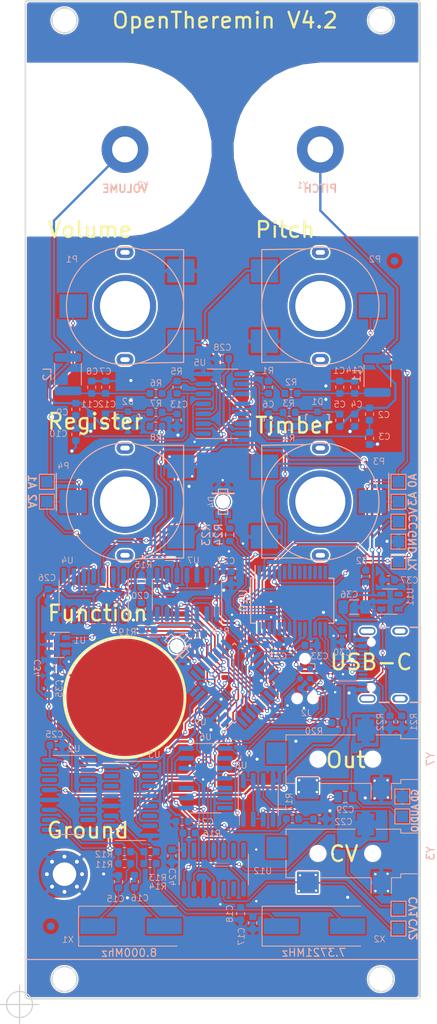
<source format=kicad_pcb>
(kicad_pcb (version 20211014) (generator pcbnew)
  (layers (0 "F.Cu" signal) (31 "B.Cu" signal) (34 "B.Paste" user) (35 "F.Paste" user) (36 "B.SilkS" user "B.Silkscreen") (37 "F.SilkS" user "F.Silkscreen") (38 "B.Mask" user) (39 "F.Mask" user) (44 "Edge.Cuts" user))
  (net 0 "")
  (net 1 "Net-(U5-Pad10)")
  (net 2 "Net-(C2-Pad1)")
  (net 3 "Net-(C1-Pad1)")
  (net 4 "Net-(C6-Pad1)")
  (net 5 "VDD")
  (net 6 "GND")
  (net 7 "Net-(R1-Pad1)")
  (net 8 "VoutB")
  (net 9 "Net-(C13-Pad1)")
  (net 10 "Net-(C10-Pad1)")
  (net 11 "Net-(C16-Pad1)")
  (net 12 "Net-(C15-Pad1)")
  (net 13 "Net-(C17-Pad1)")
  (net 14 "Net-(C18-Pad1)")
  (net 15 "VCC")
  (net 16 "Net-(U3-Pad7)")
  (net 17 "BUT")
  (net 18 "VO_PITCH")
  (net 19 "VO_VOL")
  (net 20 "F_PITCH")
  (net 21 "F_VOL")
  (net 22 "Net-(C5-Pad2)")
  (net 23 "DAC_LATCH")
  (net 24 "DAC_DI")
  (net 25 "DAC_SCK")
  (net 26 "DAC_CS")
  (net 27 "DAC2_CS")
  (net 28 "VrefB")
  (net 29 "Net-(C22-Pad1)")
  (net 30 "Net-(R17-Pad1)")
  (net 31 "A0")
  (net 32 "A1")
  (net 33 "A2")
  (net 34 "A3")
  (net 35 "LED_RED")
  (net 36 "Net-(C7-Pad1)")
  (net 37 "Net-(C29-Pad2)")
  (net 38 "Net-(C12-Pad2)")
  (net 39 "Net-(R4-Pad2)")
  (net 40 "Net-(R5-Pad1)")
  (net 41 "SAMPLE_CLK")
  (net 42 "Net-(C29-Pad1)")
  (net 43 "Net-(C30-Pad1)")
  (net 44 "Net-(U5-Pad1)")
  (net 45 "Net-(C32-Pad2)")
  (net 46 "RESET")
  (net 48 "D-")
  (net 49 "D+")
  (net 50 "TXD")
  (net 51 "RXD")
  (net 52 "Net-(C34-Pad1)")
  (net 53 "MISO")
  (net 54 "Net-(D3-Pad4)")
  (net 55 "Net-(D3-Pad3)")
  (net 56 "LED_BLUE")
  (net 57 "EX_CLK")
  (net 58 "Net-(U2-Pad5)")
  (net 59 "VREF")
  (net 60 "DAC3_CS")
  (net 61 "Net-(J1-PadB5)")
  (net 62 "Net-(J1-PadA5)")
  (net 64 "Net-(C33-Pad1)")
  (net 65 "Net-(P15-Pad1)")
  (net 97 "Net-(R13-Pad1)")
  (net 98 "Net-(C2-Pad2)")
  (net 99 "Net-(C11-Pad1)")
  (net 100 "Net-(P7-Pad1)")
  (net 101 "Net-(D4-Pad4)")
  (net 102 "Net-(D4-Pad3)")
  (net 103 "Net-(R23-Pad2)")
  (net 104 "Net-(R24-Pad2)")
  (footprint "GaudiLabsFootPrints:AntennaMountHole" (layer "F.Cu") (at 112.5 55.75)
    (fp_text reference "Y1")
    (fp_text value "MountPad3")
  )
  (footprint "GaudiLabsFootPrints:AntennaMountHole" (layer "F.Cu") (at 87.5 55.75)
    (fp_text reference "Y2")
    (fp_text value "MountPad3")
  )
  (footprint "GaudiLabsFootPrints:SensorButton" (layer "F.Cu") (at 87.5 125.75)
    (fp_text reference "P10" hide)
    (fp_text value "BUTTON" hide)
  )
  (footprint "MountingHole:MountingHole_3mm_Pad_Via" (layer "F.Cu") (at 79.75 148.35)
    (fp_text reference "GND1" hide)
    (fp_text value "GND_PAD")
  )
  (footprint "GaudiLabsFootPrints:PS15NV60" (layer "B.Cu") (at 87.5 100.75 -90)
    (fp_text reference "P4")
    (fp_text value "10k")
  )
  (footprint "GaudiLabsFootPrints:PS15NV60" (layer "B.Cu") (at 112.5 75.75 90)
    (fp_text reference "P2")
    (fp_text value "10k")
  )
  (footprint "Mlab_CON:USBC GCT_USB4105-GF-A" (layer "B.Cu") (at 122.7 121.6 -90)
    (fp_text reference "J1")
    (fp_text value "USB_C_Receptacle")
  )
  (footprint "Inductor_SMD:L_1812_4532Metric" (layer "B.Cu") (at 80.2 84.4625 -90)
    (fp_text reference "L2")
    (fp_text value "1mH")
  )
  (footprint "TO_SOT_Packages_SMD:SOT-23" (layer "B.Cu") (at 87.874 90.23624 180)
    (fp_text reference "D2")
    (fp_text value "BB914")
  )
  (footprint "Capacitor_SMD:C_0603_1608Metric" (layer "B.Cu") (at 85.014 86.1315 90)
    (fp_text reference "C7")
    (fp_text value "150pF NP0")
  )
  (footprint "Capacitor_SMD:C_0603_1608Metric" (layer "B.Cu") (at 83.236 86.1315 90)
    (fp_text reference "C8")
    (fp_text value "150pF NP0")
  )
  (footprint "Capacitor_SMD:C_0603_1608Metric" (layer "B.Cu") (at 81.204 88.951 -90)
    (fp_text reference "C9")
    (fp_text value "150pF NP0")
  )
  (footprint "Capacitor_SMD:C_0603_1608Metric" (layer "B.Cu") (at 83.109 90.3225 -90)
    (fp_text reference "C11")
    (fp_text value "10pF NP0")
  )
  (footprint "Capacitor_SMD:C_0603_1608Metric" (layer "B.Cu") (at 88.697 149.276 90)
    (fp_text reference "C16")
    (fp_text value "22pF")
  )
  (footprint "Capacitor_SMD:C_0603_1608Metric" (layer "B.Cu") (at 93.5 146 -90)
    (fp_text reference "C24")
    (fp_text value "100nF")
  )
  (footprint "Capacitor_SMD:C_0603_1608Metric" (layer "B.Cu") (at 77.648 112.7 -90)
    (fp_text reference "C26")
    (fp_text value "100nF")
  )
  (footprint "Capacitor_SMD:C_0603_1608Metric" (layer "B.Cu") (at 101.0795 110.4775 -90)
    (fp_text reference "C27")
    (fp_text value "100nF")
  )
  (footprint "Capacitor_SMD:C_0603_1608Metric" (layer "B.Cu") (at 99.9745 82.474 180)
    (fp_text reference "C28")
    (fp_text value "100nF")
  )
  (footprint "Resistor_SMD:R_0603_1608Metric" (layer "B.Cu") (at 108.763 86.919 180)
    (fp_text reference "R2")
    (fp_text value "2k2")
  )
  (footprint "Resistor_SMD:R_0603_1608Metric" (layer "B.Cu") (at 108.509 91.11 180)
    (fp_text reference "R4")
    (fp_text value "100k")
  )
  (footprint "Resistor_SMD:R_0603_1608Metric" (layer "B.Cu") (at 94.158 86.1315 -90)
    (fp_text reference "R5")
    (fp_text value "4M7")
  )
  (footprint "Resistor_SMD:R_0603_1608Metric" (layer "B.Cu") (at 91.4655 89.332 180)
    (fp_text reference "R7")
    (fp_text value "100k")
  )
  (footprint "Resistor_SMD:R_0603_1608Metric" (layer "B.Cu") (at 91.4655 91.11)
    (fp_text reference "R8")
    (fp_text value "100k")
  )
  (footprint "Resistor_SMD:R_0603_1608Metric" (layer "B.Cu") (at 87.427 145.466 180)
    (fp_text reference "R12")
    (fp_text value "470R")
  )
  (footprint "Resistor_SMD:R_0603_1608Metric" (layer "B.Cu") (at 90.7 146.99 180)
    (fp_text reference "R14")
    (fp_text value "470R")
  )
  (footprint "Resistor_SMD:R_0603_1608Metric" (layer "B.Cu") (at 108.93 141.29)
    (fp_text reference "R17")
    (fp_text value "2k2")
  )
  (footprint "Inductor_SMD:L_1812_4532Metric" (layer "B.Cu") (at 119.8 84.6625 -90)
    (fp_text reference "L1")
    (fp_text value "1mH")
  )
  (footprint "TO_SOT_Packages_SMD:SOT-23" (layer "B.Cu") (at 112.126 90.25 180)
    (fp_text reference "D1")
    (fp_text value "BB914")
  )
  (footprint "Resistor_SMD:R_0603_1608Metric" (layer "B.Cu") (at 91.4655 86.919)
    (fp_text reference "R6")
    (fp_text value "2k2")
  )
  (footprint "Capacitor_SMD:C_0603_1608Metric" (layer "B.Cu") (at 118.796 89.5605 -90)
    (fp_text reference "C2")
    (fp_text value "150pF NP0")
  )
  (footprint "Capacitor_SMD:C_0603_1608Metric" (layer "B.Cu") (at 114.986 86.1315 90)
    (fp_text reference "C1")
    (fp_text value "150pF NP0")
  )
  (footprint "GaudiLabsFootPrints:PS15NV60" (layer "B.Cu") (at 112.5 100.75 90)
    (fp_text reference "P3")
    (fp_text value "10k")
  )
  (footprint "Capacitor_SMD:C_0603_1608Metric" (layer "B.Cu") (at 116.891 90.348 -90)
    (fp_text reference "C4")
    (fp_text value "not assembled")
  )
  (footprint "Capacitor_SMD:C_0603_1608Metric" (layer "B.Cu") (at 114.986 90.348 90)
    (fp_text reference "C5")
    (fp_text value "470pF NP0")
  )
  (footprint "Capacitor_SMD:C_0603_1608Metric" (layer "B.Cu") (at 116.891 86.1315 90)
    (fp_text reference "C14")
    (fp_text value "47pF NP0")
  )
  (footprint "Package_SO:SSOP-28_5.3x10.2mm_P0.65mm" (layer "B.Cu") (at 108.9 113.4 -90)
    (property "Value" "FT232RL")
    (fp_text reference "U10")
    (fp_text value "FT232RL")
  )
  (footprint "Capacitor_SMD:C_0603_1608Metric" (layer "B.Cu") (at 106.35 119)
    (fp_text reference "C23")
    (fp_text value "100nF")
  )
  (footprint "Package_SO:SOIC-14_3.9x8.7mm_P1.27mm" (layer "B.Cu") (at 100 88.25)
    (fp_text reference "U5")
    (fp_text value "HEF4069UBT")
  )
  (footprint "Package_SO:SOIC-14_3.9x8.7mm_P1.27mm" (layer "B.Cu") (at 97.8 136.09 180)
    (fp_text reference "U6")
    (fp_text value "MCP4922-E/SL")
  )
  (footprint "Capacitor_SMD:C_0603_1608Metric" (layer "B.Cu") (at 118.3 110.3 90)
    (fp_text reference "C32")
    (fp_text value "100nF")
  )
  (footprint "Resistor_SMD:R_0603_1608Metric" (layer "B.Cu") (at 114.7475 129)
    (fp_text reference "R20")
    (fp_text value "2k2")
  )
  (footprint "Package_SO:SOIC-14_3.9x8.7mm_P1.27mm" (layer "B.Cu") (at 83.49 112.7 90)
    (fp_text reference "U4")
    (fp_text value "74HC74")
  )
  (footprint "Capacitor_SMD:C_0603_1608Metric" (layer "B.Cu") (at 77.648 124.638 90)
    (fp_text reference "C35")
    (fp_text value "100nF")
  )
  (footprint "Package_TO_SOT_SMD:SOT-23-6" (layer "B.Cu") (at 78.834 119.05 180)
    (fp_text reference "U1")
    (fp_text value "TTP223")
  )
  (footprint "Resistor_SMD:R_0603_1608Metric" (layer "B.Cu") (at 90.7 145.466)
    (fp_text reference "R13")
    (fp_text value "4M7")
  )
  (footprint "Crystal:Crystal_SMD_HC49-SD" (layer "B.Cu") (at 88.257 154.991)
    (fp_text reference "X1")
    (fp_text value "16MHz")
  )
  (footprint "Resistor_SMD:R_0603_1608Metric" (layer "B.Cu") (at 89.586 110.922 90)
    (fp_text reference "R15")
    (fp_text value "100k")
  )
  (footprint "Mlab_D:LED_DUAL_WL-SBRW" (layer "B.Cu") (at 94.1 119.15 135)
    (fp_text reference "D3")
    (fp_text value "DualLED")
  )
  (footprint "Package_TO_SOT_SMD:SOT-23-5" (layer "B.Cu") (at 121.42 113.52)
    (fp_text reference "U11")
    (fp_text value "LP2985-3.3")
  )
  (footprint "Capacitor_SMD:C_0603_1608Metric" (layer "B.Cu") (at 111.3125 119.1)
    (fp_text reference "C33")
    (fp_text value "100nF")
  )
  (footprint "Capacitor_SMD:C_0603_1608Metric" (layer "B.Cu") (at 89.586 114.478 -90)
    (fp_text reference "C20")
    (fp_text value "100nF")
  )
  (footprint "Capacitor_SMD:C_0603_1608Metric" (layer "B.Cu") (at 102.3 153.3875 -90)
    (fp_text reference "C18")
    (fp_text value "22pF")
  )
  (footprint "Capacitor_SMD:C_0603_1608Metric" (layer "B.Cu") (at 86.665 149.3 90)
    (fp_text reference "C15")
    (fp_text value "22pF")
  )
  (footprint "Resistor_SMD:R_0603_1608Metric" (layer "B.Cu") (at 87.427 146.99)
    (fp_text reference "R11")
    (fp_text value "4M7")
  )
  (footprint "Package_SO:SOIC-16_3.9x9.9mm_P1.27mm" (layer "B.Cu") (at 80.3 138.227 180)
    (fp_text reference "U2")
    (fp_text value "74HC4060D")
  )
  (footprint "Capacitor_SMD:C_0603_1608Metric" (layer "B.Cu") (at 78.664 131.877)
    (fp_text reference "C25")
    (fp_text value "100nF")
  )
  (footprint "Capacitor_SMD:C_0603_1608Metric" (layer "B.Cu") (at 94.8 141.6 180)
    (fp_text reference "C21")
    (fp_text value "100nF")
  )
  (footprint "Resistor_SMD:R_0603_1608Metric" (layer "B.Cu") (at 95.7 143.1 180)
    (fp_text reference "R16")
    (fp_text value "100k")
  )
  (footprint "Resistor_SMD:R_0603_1608Metric" (layer "B.Cu") (at 90.4115 117.145)
    (fp_text reference "R19")
    (fp_text value "470R")
  )
  (footprint "Resistor_SMD:R_0603_1608Metric" (layer "B.Cu") (at 96.787 117.653)
    (fp_text reference "R18")
    (fp_text value "470R")
  )
  (footprint "Resistor_SMD:R_0603_1608Metric" (layer "B.Cu") (at 108.509 89.332)
    (fp_text reference "R3")
    (fp_text value "100k")
  )
  (footprint "Capacitor_SMD:C_0603_1608Metric" (layer "B.Cu") (at 94.158 90.3225 -90)
    (fp_text reference "C13")
    (fp_text value "100nF")
  )
  (footprint "Capacitor_SMD:C_0603_1608Metric" (layer "B.Cu") (at 85.014 90.3225 90)
    (fp_text reference "C12")
    (fp_text value "470pF NP0")
  )
  (footprint "Capacitor_SMD:C_0603_1608Metric" (layer "B.Cu") (at 118.796 92.6595 -90)
    (fp_text reference "C3")
    (fp_text value "150pF NP0")
  )
  (footprint "Capacitor_SMD:C_0603_1608Metric" (layer "B.Cu") (at 121.2089 110.7442 180)
    (fp_text reference "C37")
    (fp_text value "1uF")
  )
  (footprint "Resistor_SMD:R_0603_1608Metric" (layer "B.Cu") (at 105.842 86.1315 -90)
    (fp_text reference "R1")
    (fp_text value "4M7")
  )
  (footprint "Capacitor_SMD:C_0603_1608Metric" (layer "B.Cu") (at 105.842 90.3 -90)
    (fp_text reference "C6")
    (fp_text value "100nF")
  )
  (footprint "Capacitor_SMD:C_0603_1608Metric" (layer "B.Cu") (at 81.204 92.1515 -90)
    (fp_text reference "C10")
    (fp_text value "150pF NP0")
  )
  (footprint "TestPoint:TestPoint_Pad_1.5x1.5mm" (layer "B.Cu") (at 122.5 100.7575)
    (fp_text reference "P11" hide)
    (fp_text value "A3_PAD")
  )
  (footprint "TestPoint:TestPoint_Pad_1.5x1.5mm" (layer "B.Cu") (at 77.5 100.75)
    (fp_text reference "P12" hide)
    (fp_text value "A2_PAD")
  )
  (footprint "TestPoint:TestPoint_Pad_1.5x1.5mm" (layer "B.Cu") (at 77.5 98.21)
    (fp_text reference "P13" hide)
    (fp_text value "A1_PAD")
  )
  (footprint "TestPoint:TestPoint_Pad_1.5x1.5mm" (layer "B.Cu") (at 122.5 98.21)
    (fp_text reference "P14" hide)
    (fp_text value "A0_PAD")
  )
  (footprint "Package_SO:SOIC-14_3.9x8.7mm_P1.27mm" (layer "B.Cu") (at 98.857 147.752 -90)
    (fp_text reference "U12")
    (fp_text value "MCP4922-E/SL")
  )
  (footprint "Resistor_SMD:R_0603_1608Metric" (layer "B.Cu") (at 122.9235 128.9125 -90)
    (fp_text reference "R21")
    (fp_text value "2k2")
  )
  (footprint "Connector:Tag-Connect_TC2030-IDC-NL_2x03_P1.27mm_Vertical" (layer "B.Cu") (at 110.541 123.352 -90)
    (fp_text reference "J2")
    (fp_text value "Conn_02x03_Odd_Even")
  )
  (footprint "Connector_Audio:Jack_3.5mm_CUI_SJ-3524-SMT_Horizontal" (layer "B.Cu") (at 116.7 145.7 90)
    (fp_text reference "Y3")
    (fp_text value "SJ-3524-SMT-TR")
  )
  (footprint "Capacitor_SMD:C_0603_1608Metric" (layer "B.Cu") (at 78.41 122.098 180)
    (fp_text reference "C34")
    (fp_text value "22nF")
  )
  (footprint "Package_SO:SOIC-14_3.9x8.7mm_P1.27mm" (layer "B.Cu") (at 95.428 112.635 90)
    (fp_text reference "U7")
    (fp_text value "MCP4922-E/SL")
  )
  (footprint "Package_SO:SOIC-8_3.9x4.9mm_P1.27mm" (layer "B.Cu") (at 104.547 138.8555 -90)
    (fp_text reference "U8")
    (fp_text value "LM358 / MCP6002")
  )
  (footprint "Connector_Audio:Jack_3.5mm_CUI_SJ-3524-SMT_Horizontal" (layer "B.Cu") (at 116.7 133.65 90)
    (fp_text reference "Y7")
    (fp_text value "SJ-3524-SMT-TR")
  )
  (footprint "Fiducial:Fiducial_1mm_Mask2mm" (layer "B.Cu") (at 122 70)
    (fp_text reference "W1" hide)
    (fp_text value "FIDUCIAL1" hide)
  )
  (footprint "Fiducial:Fiducial_1mm_Mask2mm" (layer "B.Cu") (at 78 155)
    (fp_text reference "W2" hide)
    (fp_text value "FIDUCIAL2" hide)
  )
  (footprint "Capacitor_SMD:C_0805_2012Metric" (layer "B.Cu") (at 115.6845 138.4885)
    (fp_text reference "C29")
    (fp_text value "10uF")
  )
  (footprint "Capacitor_SMD:C_1206_3216Metric" (layer "B.Cu") (at 116.83 114.22)
    (fp_text reference "C36")
    (fp_text value "47uF")
  )
  (footprint "Crystal:Crystal_SMD_HC49-SD" (layer "B.Cu") (at 111.743 154.991)
    (fp_text reference "X2")
    (fp_text value "7.3721MHz")
  )
  (footprint "Package_SO:SOIC-16_3.9x9.9mm_P1.27mm" (layer "B.Cu") (at 88.2 138.989 180)
    (fp_text reference "U3")
    (fp_text value "74HC4060D")
  )
  (footprint "Capacitor_SMD:C_0603_1608Metric" (layer "B.Cu") (at 103.85 154.5875 -90)
    (fp_text reference "C17")
    (fp_text value "22pF")
  )
  (footprint "TestPoint:TestPoint_Pad_1.5x1.5mm" (layer "B.Cu") (at 122.5 103.305)
    (fp_text reference "P8" hide)
    (fp_text value "VCC")
  )
  (footprint "TestPoint:TestPoint_Pad_1.5x1.5mm" (layer "B.Cu") (at 122.5 105.8525)
    (fp_text reference "P9" hide)
    (fp_text value "GND")
  )
  (footprint "GaudiLabsFootPrints:PS15NV60" (layer "B.Cu") (at 87.5 75.75 -90)
    (fp_text reference "P1")
    (fp_text value "10k")
  )
  (footprint "Capacitor_SMD:C_0603_1608Metric" (layer "B.Cu") (at 115.3 117.9 -90)
    (fp_text reference "C30")
    (fp_text value "100nF")
  )
  (footprint "Capacitor_SMD:C_0603_1608Metric" (layer "B.Cu") (at 112.4 141.31)
    (fp_text reference "C22")
    (fp_text value "10nF")
  )
  (footprint "Resistor_SMD:R_0603_1608Metric" (layer "B.Cu") (at 121.3995 128.9125 -90)
    (fp_text reference "R22")
    (fp_text value "2k2")
  )
  (footprint "TestPoint:TestPoint_Pad_1.5x1.5mm" (layer "B.Cu") (at 123 140.9702)
    (fp_text reference "P6" hide)
    (fp_text value "audio")
  )
  (footprint "TestPoint:TestPoint_Pad_1.5x1.5mm" (layer "B.Cu") (at 122.5 152.76)
    (fp_text reference "P7" hide)
    (fp_text value "CV1")
  )
  (footprint "TestPoint:TestPoint_Pad_1.5x1.5mm" (layer "B.Cu") (at 122.5 108.4)
    (fp_text reference "P5" hide)
    (fp_text value "RXD")
  )
  (footprint "TestPoint:TestPoint_Pad_1.5x1.5mm" (layer "B.Cu") (at 123 138.4302)
    (fp_text reference "P16" hide)
    (fp_text value "GND")
  )
  (footprint "TestPoint:TestPoint_Pad_1.5x1.5mm" (layer "B.Cu") (at 122.5 155.3)
    (fp_text reference "P15" hide)
    (fp_text value "CV2")
  )
  (footprint "Package_QFP:TQFP-32_7x7mm_P0.8mm" (layer "B.Cu") (at 101.494039 123.940753 45)
    (fp_text reference "U9")
    (fp_text value "ATmega328P-AU")
  )
  (footprint "Resistor_SMD:R_0603_1608Metric" (layer "B.Cu") (at 100.9 104.975 -90)
    (fp_text reference "R24")
    (fp_text value "470R")
  )
  (footprint "Mlab_D:LED_DUAL_WL-SBRW" (layer "B.Cu") (at 100.025 100.8 -90)
    (fp_text reference "D4")
    (fp_text value "DualLED")
  )
  (footprint "Resistor_SMD:R_0603_1608Metric" (layer "B.Cu") (at 99.3 104.975 -90)
    (fp_text reference "R23")
    (fp_text value "470R")
  )
  (gr_line (start 121.2598 101.905) (end 121.2598 97.1298) (layer "B.SilkS") (width 0.15))
  (gr_line (start 78.7 101.905) (end 78.7 97.1298) (layer "B.SilkS") (width 0.15))
  (gr_line (start 74.75 159.25) (end 125.25 159.25) (layer "B.SilkS") (width 0.15))
  (gr_circle (center 87.45 125.75) (end 95.212087 125.75) (layer "F.SilkS") (width 0.3) (fill none))
  (gr_line (start 74.75 37.05) (end 74.75 145.25) (layer "Edge.Cuts") (width 0.2))
  (gr_circle (center 120.25 161.75) (end 121.85 161.75) (layer "Edge.Cuts") (width 0.2) (fill none))
  (gr_circle (center 79.75 39.25) (end 81.35 39.25) (layer "Edge.Cuts") (width 0.2) (fill none))
  (gr_arc (start 74.75 37.05) (mid 74.837868 36.837868) (end 75.05 36.75) (layer "Edge.Cuts") (width 0.2))
  (gr_arc (start 75.05 164.25) (mid 74.837868 164.162132) (end 74.75 163.95) (layer "Edge.Cuts") (width 0.2))
  (gr_arc (start 125.25 163.95) (mid 125.162132 164.162132) (end 124.95 164.25) (layer "Edge.Cuts") (width 0.2))
  (gr_line (start 75.05 164.25) (end 124.95 164.25) (layer "Edge.Cuts") (width 0.2))
  (gr_circle (center 120.25 39.25) (end 121.85 39.25) (layer "Edge.Cuts") (width 0.2) (fill none))
  (gr_arc (start 124.95 36.75) (mid 125.162132 36.837868) (end 125.25 37.05) (layer "Edge.Cuts") (width 0.2))
  (gr_line (start 74.75 151.25) (end 74.75 163.95) (layer "Edge.Cuts") (width 0.2))
  (gr_line (start 74.75 145.25) (end 74.75 151.25) (layer "Edge.Cuts") (width 0.2))
  (gr_line (start 124.95 36.75) (end 75.05 36.75) (layer "Edge.Cuts") (width 0.2))
  (gr_circle (center 79.75 161.75) (end 81.35 161.75) (layer "Edge.Cuts") (width 0.2) (fill none))
  (gr_line (start 125.25 163.95) (end 125.25 37.05) (layer "Edge.Cuts") (width 0.2))
  (gr_text "OpenTheremin V4.2" (at 100.3 39.2) (layer "F.Cu") (effects (font (size 2 2) (thickness 0.2))))
  (gr_text "8.000Mhz" (at 88.0366 158.3946) (layer "B.SilkS") (effects (font (size 1 1)) (justify mirror)))
  (gr_text "VOLUME" (at 87.5 60.75) (layer "B.SilkS") (effects (font (size 1 1) (thickness 0.2)) (justify mirror)))
  (gr_text "PITCH" (at 112.5 60.75) (layer "B.SilkS") (effects (font (size 1 1) (thickness 0.2)) (justify mirror)))
  (gr_text "VCC" (at 124.4 102.9 90) (layer "B.SilkS") (effects (font (size 1 1) (thickness 0.2)) (justify mirror)))
  (gr_text "A3" (at 124.3 100.4 90) (layer "B.SilkS") (effects (font (size 1 1) (thickness 0.2)) (justify mirror)))
  (gr_text "A0" (at 124.3 98.0696 90) (layer "B.SilkS") (effects (font (size 1 1) (thickness 0.2)) (justify mirror)))
  (gr_text "A1" (at 75.6 98.2 270) (layer "B.SilkS") (effects (font (size 1 1) (thickness 0.2)) (justify mirror)))
  (gr_text "A2" (at 75.6 100.6858 270) (layer "B.SilkS") (effects (font (size 1 1) (thickness 0.2)) (justify mirror)))
  (gr_text "TX" (at 124.3 108.7 90) (layer "B.SilkS") (effects (font (size 1 1) (thickness 0.2)) (justify mirror)))
  (gr_text "GND" (at 124.3 105.9 90) (layer "B.SilkS") (effects (font (size 1 1) (thickness 0.2)) (justify mirror)))
  (gr_text "AUDIO" (at 124.6 141.2 90) (layer "B.SilkS") (effects (font (size 0.8 0.8) (thickness 0.2)) (justify mirror)))
  (gr_text "GD" (at 124.6 138.3 90) (layer "B.SilkS") (effects (font (size 0.8 0.8) (thickness 0.2)) (justify mirror)))
  (gr_text "CV1" (at 124.4 152.6 90) (layer "B.SilkS") (effects (font (size 1 1) (thickness 0.2)) (justify mirror)))
  (gr_text "CV2" (at 124.4 155.4 90) (layer "B.SilkS") (effects (font (size 1 1) (thickness 0.2)) (justify mirror)))
  (gr_text "7.3721MHz" (at 111.684 158.3692) (layer "B.SilkS") (effects (font (size 1 1)) (justify mirror)))
  (gr_text "USB-C" (at 119 121.25) (layer "F.SilkS") (effects (font (size 2 2) (thickness 0.3))))
  (gr_text "Timber" (at 109.142857 91) (layer "F.SilkS") (effects (font (size 2 2) (thickness 0.3))))
  (gr_text "Register" (at 83.714286 90.5) (layer "F.SilkS") (effects (font (size 2 2) (thickness 0.3))))
  (gr_text "OpenTheremin V4.2" (at 100.3 39.25) (layer "F.SilkS") (effects (font (size 2 2) (thickness 0.3))))
  (gr_text "CV\n" (at 115.5 145.75) (layer "F.SilkS") (effects (font (size 2 2) (thickness 0.3))))
  (gr_text "Out" (at 115.75 133.75) (layer "F.SilkS") (effects (font (size 2 2) (thickness 0.3))))
  (gr_text "Pitch" (at 108 66) (layer "F.SilkS") (effects (font (size 2 2) (thickness 0.3))))
  (gr_text "Volume" (at 83 66) (layer "F.SilkS") (effects (font (size 2 2) (thickness 0.3))))
  (gr_text "Function" (at 84 115) (layer "F.SilkS") (effects (font (size 2 2) (thickness 0.3))))
  (gr_text "Ground\n" (at 82.75 142.75) (layer "F.SilkS") (effects (font (size 2 2) (thickness 0.3))))
  (target plus (at 74 165) (size 5) (width 0.15) (layer "Edge.Cuts"))
  (segment (start 101.72 86.98) (end 102.475 86.98) (width 0.2) (layer "B.Cu") (net 1))
  (segment (start 100.889 90.289) (end 100.889 87.811) (width 0.2) (layer "B.Cu") (net 1))
  (segment (start 101.39 90.79) (end 100.889 90.289) (width 0.2) (layer "B.Cu") (net 1))
  (segment (start 102.475 90.79) (end 101.39 90.79) (width 0.2) (layer "B.Cu") (net 1))
  (segment (start 100.889 87.811) (end 101.72 86.98) (width 0.2) (layer "B.Cu") (net 1))
  (segment (start 122.352 79.973) (end 119.8 82.525) (width 0.3) (layer "B.Cu") (net 2))
  (segment (start 116.891 89.5605) (end 116.561 89.5605) (width 0.3) (layer "B.Cu") (net 2))
  (segment (start 118.796 88.773) (end 117.6785 88.773) (width 0.3) (layer "B.Cu") (net 2))
  (segment (start 122.352 73.4316) (end 119.1008 70.155) (width 0.3) (layer "B.Cu") (net 2))
  (segment (start 119.8 82.525) (end 119.8 83.4) (width 0.3) (layer "B.Cu") (net 2))
  (segment (start 119.8 83.4) (end 122.1 85.7) (width 0.3) (layer "B.Cu") (net 2))
  (segment (start 122.1 85.7) (end 122.1 87.7) (width 0.3) (layer "B.Cu") (net 2))
  (segment (start 122.1 87.7) (end 121.027 88.773) (width 0.3) (layer "B.Cu") (net 2))
  (segment (start 121.027 88.773) (end 118.796 88.773) (width 0.3) (layer "B.Cu") (net 2))
  (segment (start 116.561 89.5605) (end 114.986 91.1355) (width 0.3) (layer "B.Cu") (net 2))
  (segment (start 117.6785 88.773) (end 116.891 89.5605) (width 0.3) (layer "B.Cu") (net 2))
  (segment (start 112.5 55.75) (end 112.5 63.5542) (width 0.3) (layer "B.Cu") (net 2))
  (segment (start 122.352 73.4316) (end 122.352 79.973) (width 0.3) (layer "B.Cu") (net 2))
  (segment (start 112.5 63.5542) (end 119.1008 70.155) (width 0.3) (layer "B.Cu") (net 2))
  (segment (start 116.891 86.919) (end 119.681 86.919) (width 0.2) (layer "B.Cu") (net 3))
  (segment (start 114.986 86.919) (end 116.891 86.919) (width 0.2) (layer "B.Cu") (net 3))
  (segment (start 109.5505 86.919) (end 114.986 86.919) (width 0.2) (layer "B.Cu") (net 3))
  (segment (start 119.681 86.919) (end 119.8 86.8) (width 0.2) (layer "B.Cu") (net 3))
  (segment (start 107.7215 89.535) (end 109.2965 91.11) (width 0.2) (layer "B.Cu") (net 4))
  (segment (start 107.541 89.5125) (end 107.7215 89.332) (width 0.2) (layer "B.Cu") (net 4))
  (segment (start 107.7215 89.332) (end 107.7215 89.535) (width 0.2) (layer "B.Cu") (net 4))
  (segment (start 105.842 89.5125) (end 107.541 89.5125) (width 0.2) (layer "B.Cu") (net 4))
  (segment (start 120.0152 106.9596) (end 119.9898 106.985) (width 0.3) (layer "F.Cu") (net 5))
  (segment (start 120.0152 97.3152) (end 120.0152 106.9596) (width 0.3) (layer "F.Cu") (net 5))
  (segment (start 118.1026 95.4026) (end 120.0152 97.3152) (width 0.3) (layer "F.Cu") (net 5))
  (via (at 118.1026 95.4026) (size 0.6) (drill 0.4) (layers "F.Cu" "B.Cu") (net 5))
  (via (at 119.9898 106.985) (size 0.6) (drill 0.4) (layers "F.Cu" "B.Cu") (net 5))
  (segment (start 123.1648 110.7442) (end 123.7744 111.3538) (width 0.3) (layer "B.Cu") (net 5))
  (segment (start 104.3 93.5) (end 99.8 93.5) (width 0.3) (layer "B.Cu") (net 5))
  (segment (start 91.5 95.3) (end 91.5 97.723) (width 0.3) (layer "B.Cu") (net 5))
  (segment (start 91.364 104.064) (end 91.364 107.747) (width 0.3) (layer "B.Cu") (net 5))
  (segment (start 121.9964 110.7442) (end 121.9964 110.6172) (width 0.3) (layer "B.Cu") (net 5))
  (segment (start 91.5 97.723) (end 92.761 98.984) (width 0.3) (layer "B.Cu") (net 5))
  (segment (start 107.4 94.2) (end 105 94.2) (width 0.3) (layer "B.Cu") (net 5))
  (segment (start 89.586 109.525) (end 89.586 110.1345) (width 0.3) (layer "B.Cu") (net 5))
  (segment (start 100.762 83.998) (end 100.762 82.474) (width 0.3) (layer "B.Cu") (net 5))
  (segment (start 99.8 93.5) (end 99.2 94.1) (width 0.3) (layer "B.Cu") (net 5))
  (segment (start 92.7 94.1) (end 91.5 95.3) (width 0.3) (layer "B.Cu") (net 5))
  (segment (start 100.127 91.11) (end 100.127 84.633) (width 0.3) (layer "B.Cu") (net 5))
  (segment (start 105 94.2) (end 104.3 93.5) (width 0.3) (layer "B.Cu") (net 5))
  (segment (start 119.9898 108.6106) (end 119.9898 106.985) (width 0.3) (layer "B.Cu") (net 5))
  (segment (start 122.7156 114.47) (end 123.7744 113.4112) (width 0.3) (layer "B.Cu") (net 5))
  (segment (start 92.761 98.984) (end 92.761 102.667) (width 0.3) (layer "B.Cu") (net 5))
  (segment (start 121.9964 110.6172) (end 119.9898 108.6106) (width 0.3) (layer "B.Cu") (net 5))
  (segment (start 101.077 92.06) (end 101.077 93.477) (width 0.3) (layer "B.Cu") (net 5))
  (segment (start 92.761 102.667) (end 91.364 104.064) (width 0.3) (layer "B.Cu") (net 5))
  (segment (start 123.7744 113.4112) (end 123.7744 111.3538) (width 0.3) (layer "B.Cu") (net 5))
  (segment (start 101.077 92.06) (end 100.127 91.11) (width 0.3) (layer "B.Cu") (net 5))
  (segment (start 91.364 107.747) (end 89.586 109.525) (width 0.3) (layer "B.Cu") (net 5))
  (segment (start 102.475 92.06) (end 101.077 92.06) (width 0.3) (layer "B.Cu") (net 5))
  (segment (start 99.2 94.1) (end 92.7 94.1) (width 0.3) (layer "B.Cu") (net 5))
  (segment (start 100.127 84.633) (end 100.762 83.998) (width 0.3) (layer "B.Cu") (net 5))
  (segment (start 118.1026 95.4026) (end 108.6026 95.4026) (width 0.3) (layer "B.Cu") (net 5))
  (segment (start 122.52 114.47) (end 122.7156 114.47) (width 0.3) (layer "B.Cu") (net 5))
  (segment (start 108.6026 95.4026) (end 107.4 94.2) (width 0.3) (layer "B.Cu") (net 5))
  (segment (start 121.9964 110.7442) (end 123.1648 110.7442) (width 0.3) (layer "B.Cu") (net 5))
  (segment (start 113.208 85.9665) (end 113.208 87.681) (width 0.3) (layer "F.Cu") (net 6))
  (via (at 113.208 87.681) (size 0.6) (drill 0.4) (layers "F.Cu" "B.Cu") (net 6))
  (via (at 100.4 92.9) (size 0.5) (drill 0.3) (layers "F.Cu" "B.Cu") (net 6))
  (via (at 96.1 97.5) (size 0.5) (drill 0.3) (layers "F.Cu" "B.Cu") (net 6))
  (via (at 96.4 93.1) (size 0.5) (drill 0.3) (layers "F.Cu" "B.Cu") (net 6))
  (via (at 80.3 121.2) (size 0.5) (drill 0.3) (layers "F.Cu" "B.Cu") (net 6))
  (via (at 121.0312 105.8166) (size 0.6) (drill 0.4) (layers "F.Cu" "B.Cu") (net 6))
  (via (at 121.15 138.55) (size 0.5) (drill 0.3) (layers "F.Cu" "B.Cu") (net 6))
  (via (at 96.698 108.89) (size 0.6) (drill 0.4) (layers "F.Cu" "B.Cu") (net 6))
  (via (at 112.9 114.9) (size 0.6) (drill 0.4) (layers "F.Cu" "B.Cu") (net 6))
  (via (at 95.7 98.8) (size 0.6) (drill 0.4) (layers "F.Cu" "B.Cu") (net 6))
  (via (at 110.4 127.1) (size 0.5) (drill 0.3) (layers "F.Cu" "B.Cu") (net 6))
  (via (at 100.127 112.065) (size 0.6) (drill 0.4) (layers "F.Cu" "B.Cu") (net 6))
  (via (at 113.208 85.9665) (size 0.6) (drill 0.4) (layers "F.Cu" "B.Cu") (net 6))
  (via (at 99.8 126) (size 0.6) (drill 0.4) (layers "F.Cu" "B.Cu") (net 6))
  (via (at 107.8 119) (size 0.5) (drill 0.3) (layers "F.Cu" "B.Cu") (net 6))
  (via (at 112.6 121.4) (size 0.5) (drill 0.3) (layers "F.Cu" "B.Cu") (net 6))
  (via (at 95.6 121.5) (size 0.5) (drill 0.3) (layers "F.Cu" "B.Cu") (net 6))
  (via (at 101.2 115.2) (size 0.5) (drill 0.3) (layers "F.Cu" "B.Cu") (net 6))
  (via (at 119.812 93.396) (size 0.6) (drill 0.4) (layers "F.Cu" "B.Cu") (net 6))
  (via (at 119.55 150.5) (size 0.5) (drill 0.3) (layers "F.Cu" "B.Cu") (net 6))
  (via (at 95.8 134.5) (size 0.5) (drill 0.3) (layers "F.Cu" "B.Cu") (net 6))
  (via (at 102.6 106.1) (size 0.5) (drill 0.3) (layers "F.Cu" "B.Cu") (net 6))
  (via (at 106.7 126.9) (size 0.5) (drill 0.3) (layers "F.Cu" "B.Cu") (net 6))
  (via (at 88.3 148.95) (size 0.5) (drill 0.3) (layers "F.Cu" "B.Cu") (net 6))
  (via (at 119.45 136.4) (size 0.5) (drill 0.3) (layers "F.Cu" "B.Cu") (net 6))
  (via (at 115.4 122.8) (size 0.5) (drill 0.3) (layers "F.Cu" "B.Cu") (net 6))
  (via (at 88.2525 87.808) (size 0.6) (drill 0.4) (layers "F.Cu" "B.Cu") (net 6))
  (via (at 119.55 148.35) (size 0.5) (drill 0.3) (layers "F.Cu" "B.Cu") (net 6))
  (via (at 87.808 151.3715) (size 0.6) (drill 0.4) (layers "F.Cu" "B.Cu") (net 6))
  (via (at 106.2 113.5) (size 0.5) (drill 0.3) (layers "F.Cu" "B.Cu") (net 6))
  (via (at 104.3 145.2) (size 0.5) (drill 0.3) (layers "F.Cu" "B.Cu") (net 6))
  (via (at 84.76 148.3235) (size 0.6) (drill 0.4) (layers "F.Cu" "B.Cu") (net 6))
  (via (at 116.3 91.7805) (size 0.6) (drill 0.4) (layers "F.Cu" "B.Cu") (net 6))
  (via (at 104.953 123.622) (size 0.6) (drill 0.4) (layers "F.Cu" "B.Cu") (net 6))
  (via (at 112.065 90.475) (size 0.6) (drill 0.4) (layers "F.Cu" "B.Cu") (net 6))
  (via (at 104.3 151.8) (size 0.5) (drill 0.3) (layers "F.Cu" "B.Cu") (net 6))
  (via (at 97.6 124.1) (size 0.5) (drill 0.3) (layers "F.Cu" "B.Cu") (net 6))
  (via (at 121.15 150.5) (size 0.5) (drill 0.3) (layers "F.Cu" "B.Cu") (net 6))
  (via (at 80.696 94.285) (size 0.6) (drill 0.4) (layers "F.Cu" "B.Cu") (net 6))
  (via (at 105.969 92.126) (size 0.6) (drill 0.4) (layers "F.Cu" "B.Cu") (net 6))
  (via (at 100 98) (size 0.5) (drill 0.3) (layers "F.Cu" "B.Cu") (net 6))
  (via (at 93.2 95) (size 0.5) (drill 0.3) (layers "F.Cu" "B.Cu") (net 6))
  (via (at 116.1845 125.2) (size 0.6) (drill 0.4) (layers "F.Cu" "B.Cu") (net 6))
  (via (at 94.285 92.253) (size 0.6) (drill 0.4) (layers "F.Cu" "B.Cu") (net 6))
  (via (at 121.1 148.3) (size 0.5) (drill 0.3) (layers "F.Cu" "B.Cu") (net 6))
  (via (at 109.37 131.36) (size 0.6) (drill 0.4) (layers "F.Cu" "B.Cu") (net 6))
  (via (at 108.3 126.8) (size 0.5) (drill 0.3) (layers "F.Cu" "B.Cu") (net 6))
  (via (at 119.45 138.65) (size 0.5) (drill 0.3) (layers "F.Cu" "B.Cu") (net 6))
  (via (at 83.109 91.745) (size 0.6) (drill 0.4) (layers "F.Cu" "B.Cu") (net 6))
  (via (at 116.9 117.7) (size 0.5) (drill 0.3) (layers "F.Cu" "B.Cu") (net 6))
  (via (at 114.5 115.9) (size 0.5) (drill 0.3) (layers "F.Cu" "B.Cu") (net 6))
  (via (at 88.2525 85.268) (size 0.6) (drill 0.4) (layers "F.Cu" "B.Cu") (net 6))
  (via (at 79.5 123.7) (size 0.5) (drill 0.3) (layers "F.Cu" "B.Cu") (net 6))
  (via (at 87.808 90.475) (size 0.6) (drill 0.4) (layers "F.Cu" "B.Cu") (net 6))
  (via (at 114.4 125.1) (size 0.5) (drill 0.3) (layers "F.Cu" "B.Cu") (net 6))
  (via (at 114.2 117.9) (size 0.5) (drill 0.3) (layers "F.Cu" "B.Cu") (net 6))
  (via (at 106.2 115.5) (size 0.5) (drill 0.3) (layers "F.Cu" "B.Cu") (net 6))
  (via (at 121.1 136.35) (size 0.5) (drill 0.3) (layers "F.Cu" "B.Cu") (net 6))
  (via (at 97.3 131.2) (size 0.5) (drill 0.3) (layers "F.Cu" "B.Cu") (net 6))
  (via (at 114.1 145.8) (size 0.5) (drill 0.3) (layers "F.Cu" "B.Cu") (net 6))
  (via (at 99.7 152.2) (size 0.5) (drill 0.3) (layers "F.Cu" "B.Cu") (net 6))
  (via (at 97.5 136.25) (size 0.5) (drill 0.3) (layers "F.Cu" "B.Cu") (net 6))
  (via (at 113.73 140.24) (size 0.6) (drill 0.4) (layers "F.Cu" "B.Cu") (net 6))
  (via (at 118.25 138.6) (size 0.6) (drill 0.4) (layers "F.Cu" "B.Cu") (net 6))
  (via (at 98.5 129.9) (size 0.6) (drill 0.4) (layers "F.Cu" "B.Cu") (net 6))
  (via (at 104.4 133.65) (size 0.6) (drill 0.4) (layers "F.Cu" "B.Cu") (net 6))
  (via (at 88.57 115.875) (size 0.6) (drill 0.4) (layers "F.Cu" "B.Cu") (net 6))
  (via (at 116 151.3) (size 0.6) (drill 0.4) (layers "F.Cu" "B.Cu") (net 6))
  (via (at 100.8 107.1) (size 0.5) (drill 0.3) (layers "F.Cu" "B.Cu") (net 6))
  (segment (start 116.891 91.1895) (end 116.891 91.1355) (width 0.3) (layer "B.Cu") (net 6))
  (segment (start 79.045 119.05) (end 78.918 118.923) (width 0.3) (layer "B.Cu") (net 6))
  (segment (start 113.8305 85.344) (end 113.208 85.9665) (width 0.3) (layer "B.Cu") (net 6))
  (segment (start 81.204 92.939) (end 81.204 93.777) (width 0.3) (layer "B.Cu") (net 6))
  (segment (start 109.906 124.622) (end 109.932 124.622) (width 0.3) (layer "B.Cu") (net 6))
  (segment (start 78.918 118.923) (end 78.918 118.161) (width 0.3) (layer "B.Cu") (net 6))
  (segment (start 87.808 91.237) (end 86.924 91.237) (width 0.3) (layer "B.Cu") (net 6))
  (segment (start 77.6225 122.098) (end 77.6225 120.1115) (width 0.3) (layer "B.Cu") (net 6))
  (segment (start 112.05124 91.25076) (end 113.076 91.25076) (width 0.3) (layer "B.Cu") (net 6))
  (segment (start 89.586 115.2655) (end 89.1795 115.2655) (width 0.3) (layer "B.Cu") (net 6))
  (segment (start 83.236 85.344) (end 85.014 85.344) (width 0.3) (layer "B.Cu") (net 6))
  (segment (start 77.648 123.8505) (end 77.648 122.1235) (width 0.3) (layer "B.Cu") (net 6))
  (segment (start 78.918 118.161) (end 78.857 118.1) (width 0.3) (layer "B.Cu") (net 6))
  (segment (start 112.05124 91.25076) (end 112.05124 90.48876) (width 0.3) (layer "B.Cu") (net 6))
  (segment (start 121.0446 105.83) (end 121.0312 105.8166) (width 0.3) (layer "B.Cu") (net 6))
  (segment (start 98.228886 126.663114) (end 98.205992 126.663114) (width 0.3) (layer "B.Cu") (net 6))
  (segment (start 116.891 85.344) (end 114.986 85.344) (width 0.3) (layer "B.Cu") (net 6))
  (segment (start 85.014 85.344) (end 88.1765 85.344) (width 0.3) (layer "B.Cu") (net 6))
  (segment (start 114.986 85.344) (end 113.8305 85.344) (width 0.3) (layer "B.Cu") (net 6))
  (segment (start 87.808 91.237) (end 87.808 90.475) (width 0.3) (layer "B.Cu") (net 6))
  (segment (start 122.5 105.83) (end 121.0446 105.83) (width 0.3) (layer "B.Cu") (net 6))
  (segment (start 88.824 91.237) (end 87.808 91.237) (width 0.3) (layer "B.Cu") (net 6))
  (segment (start 88.1765 85.344) (end 88.2525 85.268) (width 0.3) (layer "B.Cu") (net 6))
  (segment (start 83.109 91.745) (end 83.109 91.11) (width 0.3) (layer "B.Cu") (net 6))
  (segment (start 94.65 96.25) (end 95.87 96.25) (width 0.3) (layer "B.Cu") (net 6))
  (segment (start 112.05124 90.48876) (end 112.065 90.475) (width 0.3) (layer "B.Cu") (net 6))
  (segment (start 94.158 91.11) (end 94.158 92.126) (width 0.3) (layer "B.Cu") (net 6))
  (segment (start 77.7365 120.0025) (end 77.734 120) (width 0.3) (layer "B.Cu") (net 6))
  (segment (start 78.918 118.923) (end 78.918 119.939) (width 0.3) (layer "B.Cu") (net 6))
  (segment (start 111.176 91.25076) (end 112.05124 91.25076) (width 0.3) (layer "B.Cu") (net 6))
  (segment (start 77.6225 120.1115) (end 77.734 120) (width 0.3) (layer "B.Cu") (net 6))
  (segment (start 78.918 119.939) (end 78.8545 120.0025) (width 0.3) (layer "B.Cu") (net 6))
  (segment (start 78.8545 120.0025) (end 77.7365 120.0025) (width 0.3) (layer "B.Cu") (net 6))
  (segment (start 118.23 114.22) (end 118.93 113.52) (width 0.5) (layer "B.Cu") (net 6))
  (segment (start 116.3 91.7805) (end 116.891 91.1895) (width 0.3) (layer "B.Cu") (net 6))
  (segment (start 118.796 93.447) (end 119.761 93.447) (width 0.3) (layer "B.Cu") (net 6))
  (segment (start 81.204 93.777) (end 80.696 94.285) (width 0.3) (layer "B.Cu") (net 6))
  (segment (start 96.698 110.16) (end 96.698 108.89) (width 0.3) (layer "B.Cu") (net 6))
  (segment (start 105.842 91.999) (end 105.969 92.126) (width 0.3) (layer "B.Cu") (net 6))
  (segment (start 79.934 119.05) (end 79.045 119.05) (width 0.3) (layer "B.Cu") (net 6))
  (segment (start 105.842 91.0875) (end 105.842 91.999) (width 0.3) (layer "B.Cu") (net 6))
  (segment (start 119.761 93.447) (end 119.812 93.396) (width 0.3) (layer "B.Cu") (net 6))
  (segment (start 94.158 92.126) (end 94.285 92.253) (width 0.3) (layer "B.Cu") (net 6))
  (segment (start 78.857 118.1) (end 77.734 118.1) (width 0.3) (layer "B.Cu") (net 6))
  (segment (start 118.93 113.52) (end 120.32 113.52) (width 0.5) (layer "B.Cu") (net 6))
  (segment (start 77.648 122.1235) (end 77.6225 122.098) (width 0.3) (layer "B.Cu") (net 6))
  (segment (start 89.1795 115.2655) (end 88.57 115.875) (width 0.3) (layer "B.Cu") (net 6))
  (segment (start 122.9235 129.751) (end 121.3995 129.751) (width 0.3) (layer "B.Cu") (net 6))
  (segment (start 103.659 84.442) (end 103.659 87.959) (width 0.2) (layer "F.Cu") (net 7))
  (segment (start 103.661 84.44) (end 103.659 84.442) (width 0.2) (layer "F.Cu") (net 7))
  (via (at 103.659 87.959) (size 0.5) (drill 0.3) (layers "F.Cu" "B.Cu") (net 7))
  (via (at 103.661 84.44) (size 0.5) (drill 0.3) (layers "F.Cu" "B.Cu") (net 7))
  (segment (start 103.659 87.959) (end 103.368 88.25) (width 0.2) (layer "B.Cu") (net 7))
  (segment (start 103.368 88.25) (end 102.475 88.25) (width 0.2) (layer "B.Cu") (net 7))
  (segment (start 102.475 84.44) (end 105.54 84.44) (width 0.2) (layer "B.Cu") (net 7))
  (segment (start 105.54 84.44) (end 107.9755 86.8755) (width 0.2) (layer "B.Cu") (net 7))
  (segment (start 107.9755 86.8755) (end 107.9755 86.919) (width 0.2) (layer "B.Cu") (net 7))
  (segment (start 92.2 95.582) (end 92.2 91.9) (width 0.2) (layer "F.Cu") (net 8))
  (segment (start 92.1 95.682) (end 92.2 95.582) (width 0.2) (layer "F.Cu") (net 8))
  (via (at 92.2 91.9) (size 0.5) (drill 0.3) (layers "F.Cu" "B.Cu") (net 8))
  (via (at 92.1 95.682) (size 0.5) (drill 0.3) (layers "F.Cu" "B.Cu") (net 8))
  (segment (start 91.999 107.239) (end 92.761 108.001) (width 0.2) (layer "B.Cu") (net 8))
  (segment (start 94.158 108.382) (end 94.158 110.16) (width 0.2) (layer "B.Cu") (net 8))
  (segment (start 93.396 98.857) (end 93.396 102.794) (width 0.2) (layer "B.Cu") (net 8))
  (segment (start 92.761 108.001) (end 93.777 108.001) (width 0.2) (layer "B.Cu") (net 8))
  (segment (start 92.2 91.9) (end 92.253 91.847) (width 0.2) (layer "B.Cu") (net 8))
  (segment (start 93.396 102.794) (end 91.999 104.191) (width 0.2) (layer "B.Cu") (net 8))
  (segment (start 93.777 108.001) (end 94.158 108.382) (width 0.2) (layer "B.Cu") (net 8))
  (segment (start 92.1 97.561) (end 93.396 98.857) (width 0.2) (layer "B.Cu") (net 8))
  (segment (start 92.253 91.847) (end 92.253 91.11) (width 0.2) (layer "B.Cu") (net 8))
  (segment (start 91.999 104.191) (end 91.999 107.239) (width 0.2) (layer "B.Cu") (net 8))
  (segment (start 92.1 95.682) (end 92.1 97.561) (width 0.2) (layer "B.Cu") (net 8))
  (segment (start 92.253 89.535) (end 90.678 91.11) (width 0.2) (layer "B.Cu") (net 9))
  (segment (start 92.253 89.332) (end 92.253 89.535) (width 0.2) (layer "B.Cu") (net 9))
  (segment (start 92.456 89.535) (end 92.253 89.332) (width 0.2) (layer "B.Cu") (net 9))
  (segment (start 94.158 89.535) (end 92.456 89.535) (width 0.2) (layer "B.Cu") (net 9))
  (segment (start 97.464 86.919) (end 97.525 86.98) (width 0.2) (layer "B.Cu") (net 10))
  (segment (start 91.63 92.9) (end 94.908 92.9) (width 0.2) (layer "B.Cu") (net 10))
  (segment (start 81.204 91.364) (end 81.331 91.364) (width 0.2) (layer "B.Cu") (net 10))
  (segment (start 94.158 86.919) (end 97.464 86.919) (width 0.2) (layer "B.Cu") (net 10))
  (segment (start 82.347 92.38) (end 91.11 92.38) (width 0.2) (layer "B.Cu") (net 10))
  (segment (start 94.908 92.9) (end 95.5 92.308) (width 0.2) (layer "B.Cu") (net 10))
  (segment (start 95.5 92.308) (end 95.5 86.991) (width 0.2) (layer "B.Cu") (net 10))
  (segment (start 91.11 92.38) (end 91.63 92.9) (width 0.2) (layer "B.Cu") (net 10))
  (segment (start 81.204 89.7385) (end 81.204 91.364) (width 0.2) (layer "B.Cu") (net 10))
  (segment (start 81.331 91.364) (end 82.347 92.38) (width 0.2) (layer "B.Cu") (net 10))
  (segment (start 89 145.769) (end 89 147.4835) (width 0.2) (layer "B.Cu") (net 11))
  (segment (start 88.2145 145.466) (end 88.697 145.466) (width 0.2) (layer "B.Cu") (net 11))
  (segment (start 92.507 154.737) (end 88.697 150.927) (width 0.2) (layer "B.Cu") (net 11))
  (segment (start 92.507 154.991) (end 92.507 154.737) (width 0.2) (layer "B.Cu") (net 11))
  (segment (start 89.472 149.2885) (end 88.697 150.0635) (width 0.2) (layer "B.Cu") (net 11))
  (segment (start 89 147.4835) (end 89.472 147.9555) (width 0.2) (layer "B.Cu") (net 11))
  (segment (start 88.697 145.466) (end 89 145.769) (width 0.2) (layer "B.Cu") (net 11))
  (segment (start 88.697 150.927) (end 88.697 150.0635) (width 0.2) (layer "B.Cu") (net 11))
  (segment (start 89.472 147.9555) (end 89.472 149.2885) (width 0.2) (layer "B.Cu") (net 11))
  (segment (start 87.427 146.2025) (end 88.2145 146.99) (width 0.2) (layer "B.Cu") (net 12))
  (segment (start 87.681 147.9425) (end 87.681 149.022) (width 0.2) (layer "B.Cu") (net 12))
  (segment (start 88.2145 146.99) (end 88.2145 147.409) (width 0.2) (layer "B.Cu") (net 12))
  (segment (start 78.348 140.132) (end 79.032 140.132) (width 0.2) (layer "B.Cu") (net 12))
  (segment (start 88.2145 147.409) (end 87.681 147.9425) (width 0.2) (layer "B.Cu") (net 12))
  (segment (start 80.5 141.6) (end 80.5 142.934314) (width 0.2) (layer "B.Cu") (net 12))
  (segment (start 79.032 140.132) (end 80.5 141.6) (width 0.2) (layer "B.Cu") (net 12))
  (segment (start 87.681 149.022) (end 86.665 150.038) (width 0.2) (layer "B.Cu") (net 12))
  (segment (start 86.665 151.689) (end 86.665 150.038) (width 0.2) (layer "B.Cu") (net 12))
  (segment (start 87.173 144.3865) (end 87.427 144.6405) (width 0.2) (layer "B.Cu") (net 12))
  (segment (start 87.427 144.6405) (end 87.427 146.2025) (width 0.2) (layer "B.Cu") (net 12))
  (segment (start 81.952186 144.3865) (end 87.173 144.3865) (width 0.2) (layer "B.Cu") (net 12))
  (segment (start 84.007 154.347) (end 86.665 151.689) (width 0.2) (layer "B.Cu") (net 12))
  (segment (start 80.5 142.934314) (end 81.952186 144.3865) (width 0.2) (layer "B.Cu") (net 12))
  (segment (start 84.007 154.991) (end 84.007 154.347) (width 0.2) (layer "B.Cu") (net 12))
  (segment (start 91.4875 145.466) (end 90.535 144.5135) (width 0.2) (layer "B.Cu") (net 13))
  (segment (start 105.902 153.4) (end 95.3 153.4) (width 0.2) (layer "B.Cu") (net 13))
  (segment (start 95.3 153.4) (end 90.7 148.8) (width 0.2) (layer "B.Cu") (net 13))
  (segment (start 107.493 154.991) (end 105.902 153.4) (width 0.2) (layer "B.Cu") (net 13))
  (segment (start 89.685896 144.5135) (end 86.066396 140.894) (width 0.2) (layer "B.Cu") (net 13))
  (segment (start 90.7 146.2535) (end 91.4875 145.466) (width 0.2) (layer "B.Cu") (net 13))
  (segment (start 90.7 148.8) (end 90.7 146.2535) (width 0.2) (layer "B.Cu") (net 13))
  (segment (start 90.535 144.5135) (end 89.685896 144.5135) (width 0.2) (layer "B.Cu") (net 13))
  (segment (start 91.25 148.784314) (end 91.25 147.2275) (width 0.2) (layer "B.Cu") (net 14))
  (segment (start 113.902 152.9) (end 95.365686 152.9) (width 0.2) (layer "B.Cu") (net 14))
  (segment (start 115.993 154.991) (end 113.902 152.9) (width 0.2) (layer "B.Cu") (net 14))
  (segment (start 95.365686 152.9) (end 91.25 148.784314) (width 0.2) (layer "B.Cu") (net 14))
  (segment (start 92.298 110.922) (end 88.062 110.922) (width 0.3) (layer "F.Cu") (net 15))
  (segment (start 94.1365 131.3905) (end 93.015 132.512) (width 0.3) (layer "F.Cu") (net 15))
  (segment (start 102.642 138.342) (end 103.704 137.28) (width 0.3) (layer "F.Cu") (net 15))
  (segment (start 97.3838 98.7162) (end 97.3838 103.81) (width 0.3) (layer "F.Cu") (net 15))
  (segment (start 99.4412 82.1438) (end 97.7394 80.442) (width 0.3) (layer "F.Cu") (net 15))
  (segment (start 103.7846 94.2) (end 101.9 94.2) (width 0.3) (layer "F.Cu") (net 15))
  (segment (start 113.79 123) (end 113.19 122.4) (width 0.3) (layer "F.Cu") (net 15))
  (segment (start 100.156 116.256) (end 99.238 115.338) (width 0.3) (layer "F.Cu") (net 15))
  (segment (start 95.8706 131.3905) (end 94.1365 131.3905) (width 0.3) (layer "F.Cu") (net 15))
  (segment (start 119.1262 97.5108) (end 119.1262 106.9088) (width 0.3) (layer "F.Cu") (net 15))
  (segment (start 113.19 122.4) (end 110.15 122.4) (width 0.3) (layer "F.Cu") (net 15))
  (segment (start 102.5 138.2) (end 102.642 138.342) (width 0.3) (layer "F.Cu") (net 15))
  (segment (start 96.4005 138.2) (end 102.5 138.2) (width 0.3) (layer "F.Cu") (net 15))
  (segment (start 103.7846 94.2) (end 103.7846 90.1846) (width 0.3) (layer "F.Cu") (net 15))
  (segment (start 109.398 121.648) (end 109.398 121.574) (width 0.3) (layer "F.Cu") (net 15))
  (segment (start 87.427 111.684) (end 87.3 111.684) (width 0.3) (layer "F.Cu") (net 15))
  (segment (start 117.9077 96.2923) (end 119.1262 97.5108) (width 0.3) (layer "F.Cu") (net 15))
  (segment (start 109.398 120.32) (end 109.398 121.574) (width 0.3) (layer "F.Cu") (net 15))
  (segment (start 92.888 111.512) (end 93.441 112.065) (width 0.3) (layer "F.Cu") (net 15))
  (segment (start 113.79 123) (end 113.8 123) (width 0.3) (layer "F.Cu") (net 15))
  (segment (start 106.6 111) (end 107.2 111.6) (width 0.3) (layer "F.Cu") (net 15))
  (segment (start 99.1 113.662) (end 99.238 113.524) (width 0.3) (layer "F.Cu") (net 15))
  (segment (start 99.238 112.065) (end 99.238 111.43) (width 0.3) (layer "F.Cu") (net 15))
  (segment (start 99.238 115.338) (end 99.238 113.338) (width 0.3) (layer "F.Cu") (net 15))
  (segment (start 103.7846 90.1846) (end 99.4412 85.8412) (width 0.3) (layer "F.Cu") (net 15))
  (segment (start 93.441 112.065) (end 99.238 112.065) (width 0.3) (layer "F.Cu") (net 15))
  (segment (start 99.238 113.524) (end 99.238 113.338) (width 0.3) (layer "F.Cu") (net 15))
  (segment (start 80.569 135.052) (end 79.807 134.29) (width 0.3) (layer "F.Cu") (net 15))
  (segment (start 103.704 137.28) (end 107.78 137.28) (width 0.3) (layer "F.Cu") (net 15))
  (segment (start 96.4005 138.2) (end 93.5 138.2) (width 0.3) (layer "F.Cu") (net 15))
  (segment (start 87.8445 113.0445) (end 87.8445 112.1015) (width 0.3) (layer "F.Cu") (net 15))
  (segment (start 93.5 138.2) (end 92.7 139) (width 0.3) (layer "F.Cu") (net 15))
  (segment (start 108.639 118.239) (end 108.639 119.561) (width 0.3) (layer "F.Cu") (net 15))
  (segment (start 101.856 116.256) (end 100.156 116.256) (width 0.3) (layer "F.Cu") (net 15))
  (segment (start 99.4412 85.8412) (end 99.4412 82.1438) (width 0.3) (layer "F.Cu") (net 15))
  (segment (start 99.238 111.43) (end 100.127 110.541) (width 0.3) (layer "F.Cu") (net 15))
  (segment (start 84.348 135.052) (end 80.569 135.052) (width 0.3) (layer "F.Cu") (net 15))
  (segment (start 109.398 120.32) (end 108.639 119.561) (width 0.3) (layer "F.Cu") (net 15))
  (segment (start 92.888 111.512) (end 92.298 110.922) (width 0.3) (layer "F.Cu") (net 15))
  (segment (start 101.9 94.2) (end 97.3838 98.7162) (width 0.3) (layer "F.Cu") (net 15))
  (segment (start 113.8 123) (end 116.3 120.5) (width 0.3) (layer "F.Cu") (net 15))
  (segment (start 107.2 116.8) (end 108.639 118.239) (width 0.3) (layer "F.Cu") (net 15))
  (segment (start 88.062 110.922) (end 87.3 111.684) (width 0.3) (layer "F.Cu") (net 15))
  (segment (start 107.78 137.28) (end 107.83 137.33) (width 0.3) (layer "F.Cu") (net 15))
  (segment (start 116.3 120.5) (end 116.3 119.2) (width 0.3) (layer "F.Cu") (net 15))
  (segment (start 110.15 122.4) (end 109.398 121.648) (width 0.3) (layer "F.Cu") (net 15))
  (segment (start 87.8445 112.1015) (end 87.427 111.684) (width 0.3) (layer "F.Cu") (net 15))
  (segment (start 99.238 113.338) (end 99.238 112.065) (width 0.3) (layer "F.Cu") (net 15))
  (segment (start 92.7 139) (end 92.7 139.5) (width 0.3) (layer "F.Cu") (net 15))
  (segment (start 107.2 111.6) (end 107.2 116.8) (width 0.3) (layer "F.Cu") (net 15))
  (via (at 100.127 110.541) (size 0.6) (drill 0.4) (layers "F.Cu" "B.Cu") (net 15))
  (via (at 106.6 111) (size 0.6) (drill 0.4) (layers "F.Cu" "B.Cu") (net 15))
  (via (at 92.888 111.512) (size 0.6) (drill 0.4) (layers "F.Cu" "B.Cu") (net 15))
  (via (at 97.3838 103.81) (size 0.6) (drill 0.4) (layers "F.Cu" "B.Cu") (net 15))
  (via (at 109.398 121.574) (size 0.6) (drill 0.4) (layers "F.Cu" "B.Cu") (net 15))
  (via (at 92.7 139.5) (size 0.6) (drill 0.4) (layers "F.Cu" "B.Cu") (net 15))
  (via (at 117.9077 96.2923) (size 0.6) (drill 0.4) (layers "F.Cu" "B.Cu") (net 15))
  (via (at 93.015 132.512) (size 0.6) (drill 0.4) (layers "F.Cu" "B.Cu") (net 15))
  (via (at 96.4005 138.2) (size 0.6) (drill 0.4) (layers "F.Cu" "B.Cu") (net 15))
  (via (at 103.7846 94.2) (size 0.6) (drill 0.4) (layers "F.Cu" "B.Cu") (net 15))
  (via (at 87.8445 113.0445) (size 0.6) (drill 0.4) (layers "F.Cu" "B.Cu") (net 15))
  (via (at 97.7394 80.442) (size 0.6) (drill 0.4) (layers "F.Cu" "B.Cu") (net 15))
  (via (at 95.8706 131.3905) (size 0.6) (drill 0.4) (layers "F.Cu" "B.Cu") (net 15))
  (via (at 79.807 134.29) (size 0.6) (drill 0.4) (layers "F.Cu" "B.Cu") (net 15))
  (via (at 101.856 116.256) (size 0.6) (drill 0.4) (layers "F.Cu" "B.Cu") (net 15))
  (via (at 99.1 113.662) (size 0.6) (drill 0.4) (layers "F.Cu" "B.Cu") (net 15))
  (via (at 116.3 119.2) (size 0.6) (drill 0.4) (layers "F.Cu" "B.Cu") (net 15))
  (via (at 119.1262 106.9088) (size 0.6) (drill 0.4) (layers "F.Cu" "B.Cu") (net 15))
  (via (at 107.83 137.33) (size 0.6) (drill 0.4) (layers "F.Cu" "B.Cu") (net 15))
  (via (at 113.79 123) (size 0.6) (drill 0.4) (layers "F.Cu" "B.Cu") (net 15))
  (via (at 102.642 138.342) (size 0.6) (drill 0.4) (layers "F.Cu" "B.Cu") (net 15))
  (via (at 108.639 119.561) (size 0.6) (drill 0.4) (layers "F.Cu" "B.Cu") (net 15))
  (via (at 87.3 111.684) (size 0.6) (drill 0.4) (layers "F.Cu" "B.Cu") (net 15))
  (via (at 84.348 135.052) (size 0.6) (drill 0.4) (layers "F.Cu" "B.Cu") (net 15))
  (segment (start 102.05 134.427818) (end 102.05 133.25) (width 0.2) (layer "B.Cu") (net 15))
  (segment (start 121.1956 103.29) (end 122.5 103.29) (width 0.3) (layer "B.Cu") (net 15))
  (segment (start 105.588 118.9745) (end 105.5625 119) (width 0.3) (layer "B.Cu") (net 15))
  (segment (start 115.43 115.23) (end 115.43 114.22) (width 0.3) (layer "B.Cu") (net 15))
  (segment (start 84.856 134.544) (end 86.668 134.544) (width 0.3) (layer "B.Cu") (net 15))
  (segment (start 92.5 133.027) (end 93.015 132.512) (width 0.3) (layer "B.Cu") (net 15))
  (segment (start 79.2735 111.9125) (end 80.188 112.827) (width 0.3) (layer "B.Cu") (net 15))
  (segment (start 76.42875 113.13175) (end 76.42875 118.99925) (width 0.3) (layer "B.Cu") (net 15))
  (segment (start 116.95 112.7) (end 119.2248 112.7) (width 0.3) (layer "B.Cu") (net 15))
  (segment (start 102.9944 71.25) (end 97.7394 76.505) (width 0.3) (layer "B.Cu") (net 15))
  (segment (start 97 127.4) (end 97 126.737736) (width 0.3) (layer "B.Cu") (net 15))
  (segment (start 100.99 132.19) (end 100.275 132.19) (width 0.2) (layer "B.Cu") (net 15))
  (segment (start 115.535 129) (end 115.535 124.035) (width 0.3) (layer "B.Cu") (net 15))
  (segment (start 108.639 119.561) (end 108.375 119.825) (width 0.3) (layer "B.Cu") (net 15))
  (segment (start 95.8706 130.8248) (end 96.4512 130.2442) (width 0.3) (layer "B.Cu") (net 15))
  (segment (start 77.68325 118.99925) (end 77.734 119.05) (width 0.3) (layer "B.Cu") (net 15))
  (segment (start 106.6 109.825) (end 106.625 109.8) (width 0.3) (layer "B.Cu") (net 15))
  (segment (start 82.22 110.225) (end 82.22 112.827) (width 0.3) (layer "B.Cu") (net 15))
  (segment (start 102.642 138.342) (end 102.642 141.3305) (width 0.3) (layer "B.Cu") (net 15))
  (segment (start 106.425 119.825) (end 105.576881 118.976881) (width 0.3) (layer "B.Cu") (net 15))
  (segment (start 95.047 145.277) (end 93.5355 145.277) (width 0.3) (layer "B.Cu") (net 15))
  (segment (start 87.8445 113.0445) (end 87.3 113.589) (width 0.3) (layer "B.Cu") (net 15))
  (segment (start 89.645 133.655) (end 91.872 133.655) (width 0.3) (layer "B.Cu") (net 15))
  (segment (start 110.525 117.975) (end 110.325 118.175) (width 0.3) (layer "B.Cu") (net 15))
  (segment (start 113.95 131.88) (end 111.62 131.88) (width 0.3) (layer "B.Cu") (net 15))
  (segment (start 98.100478 127.9) (end 97.5 127.9) (width 0.3) (layer "B.Cu") (net 15))
  (segment (start 77.648 111.9125) (end 79.2735 111.9125) (width 0.3) (layer "B.Cu") (net 15))
  (segment (start 97.3838 103.81) (end 95.9438 105.25) (width 0.3) (layer "B.Cu") (net 15))
  (segment (start 79.299 133.782) (end 79.807 134.29) (width 0.3) (layer "B.Cu") (net 15))
  (segment (start 86.668 134.544) (end 86.157 134.544) (width 0.3) (layer "B.Cu") (net 15))
  (segment (start 119.2248 112.7) (end 120.19 112.7) (width 0.3) (layer "B.Cu") (net 15))
  (segment (start 83.49 115.175) (end 83.49 112.827) (width 0.3) (layer "B.Cu") (net 15))
  (segment (start 76.42875 118.99925) (end 77.68325 118.99925) (width 0.3) (layer "B.Cu") (net 15))
  (segment (start 115.535 130.295) (end 113.95 131.88) (width 0.3) (layer "B.Cu") (net 15))
  (segment (start 108.375 119.825) (end 106.425 119.825) (width 0.3) (layer "B.Cu") (net 15))
  (segment (start 116.3 119.2) (end 116.3 115.8484) (width 0.3) (layer "B.Cu") (net 15))
  (segment (start 102.05 133.25) (end 100.99 132.19) (width 0.2) (layer "B.Cu") (net 15))
  (segment (start 116.3 119.2) (end 117.945 119.2) (width 0.3) (layer "B.Cu") (net 15))
  (segment (start 86.03 110.225) (end 86.03 111.9125) (width 0.3) (layer "B.Cu") (net 15))
  (segment (start 94.466834 140.775) (end 93.975 140.775) (width 0.3) (layer "B.Cu") (net 15))
  (segment (start 95.8706 131.3905) (end 95.8706 130.8248) (width 0.3) (layer "B.Cu") (net 15))
  (segment (start 77.8765 131.877) (end 77.8765 133.782) (width 0.3) (layer "B.Cu") (net 15))
  (segment (start 120.32 115.08) (end 119.5758 115.8242) (width 0.3) (layer "B.Cu") (net 15))
  (segment (start 119.2248 107.0074) (end 119.2248 112.7) (width 0.3) (layer "B.Cu") (net 15))
  (segment (start 98.771678 127.2288) (end 98.100478 127.9) (width 0.3) (layer "B.Cu") (net 15))
  (segment (start 92.888 111.512) (end 92.888 110.16) (width 0.3) (layer "B.Cu") (net 15))
  (segment (start 77.0385 125.4255) (end 76.42875 124.81575) (width 0.3) (layer "B.Cu") (net 15))
  (segment (start 80.188 112.827) (end 82.22 112.827) (width 0.3) (layer "B.Cu") (net 15))
  (segment (start 104.2 118.6) (end 104.2 119) (width 0.3) (layer "B.Cu") (net 15))
  (segment (start 107.83 135.67) (end 107.83 137.33) (width 0.3) (layer "B.Cu") (net 15))
  (segment (start 77.648 125.4255) (end 77.0385 125.4255) (width 0.3) (layer "B.Cu") (net 15))
  (segment (start 84.348 135.052) (end 84.856 134.544) (width 0.3) (layer "B.Cu") (net 15))
  (segment (start 120.32 114.47) (end 120.32 115.08) (width 0.3) (layer "B.Cu") (net 15))
  (segment (start 86.03 111.9125) (end 84.4045 111.9125) (width 0.3) (layer "B.Cu") (net 15))
  (segment (start 95.047 145.277) (end 94.8 145.03) (width 0.3) (layer "B.Cu") (net 15))
  (segment (start 116.95 112.7) (end 115.43 114.22) (width 0.3) (layer "B.Cu") (net 15))
  (segment (start 93.975 140.775) (end 92.7 139.5) (width 0.3) (layer "B.Cu") (net 15))
  (segment (start 119.1262 106.9088) (end 119.2248 107.0074) (width 0.3) (layer "B.Cu") (net 15))
  (segment (start 87.3 111.684) (end 87.3 110.225) (width 0.3) (layer "B.Cu") (net 15))
  (segment (start 102.042 134.435818) (end 102.05 134.427818) (width 0.2) (layer "B.Cu") (net 15))
  (segment (start 109.875 118.325) (end 109.875 118.175) (width 0.3) (layer "B.Cu") (net 15))
  (segment (start 101.856 116.256) (end 104.2 118.6) (width 0.3) (layer "B.Cu") (net 15))
  (segment (start 88.756 134.544) (end 89.645 133.655) (width 0.3) (layer "B.Cu") (net 15))
  (segment (start 97 126.737736) (end 97.640307 126.097429) (width 0.3) (layer "B.Cu") (net 15))
  (segment (start 115.535 124.035) (end 115.5 124) (width 0.3) (layer "B.Cu") (net 15))
  (segment (start 117.945 124) (end 115.5 124) (width 0.3) (layer "B.Cu") (net 15))
  (segment (start 119.5758 115.8242) (end 116.2758 115.8242) (width 0.3) (layer "B.Cu") (net 15))
  (segment (start 86.03 111.9125) (end 87.0715 111.9125) (width 0.3) (layer "B.Cu") (net 15))
  (segment (start 116.0242 115.8242) (end 115.43 115.23) (width 0.3) (layer "B.Cu") (net 15))
  (segment (start 96.4512 128.0488) (end 97 127.5) (width 0.3) (layer "B.Cu") (net 15))
  (segment (start 96.4005 138.2) (end 95.665 138.2) (width 0.3) (layer "B.Cu") (net 15))
  (segment (start 116.3 115.8484) (end 116.2758 115.8242) (width 0.3) (layer "B.Cu") (net 15))
  (segment (start 87.3 113.589) (end 87.3 115.175) (width 0.3) (layer "B.Cu") (net 15))
  (segment (start 117.518 95.9026) (end 105.6974 95.9026) (width 0.3) (layer "B.Cu") (net 15))
  (segment (start 95.9438 105.25) (end 94.65 105.25) (width 0.3) (layer "B.Cu") (net 15))
  (segment (start 96.4512 130.2442) (end 96.4512 128.0488) (width 0.3) (layer "B.Cu") (net 15))
  (segment (start 105.35 71.25) (end 102.9944 71.25) (width 0.3) (layer "B.Cu") (net 15))
  (segment (start 77.648 111.9125) (end 78.8165 111.9125) (width 0.3) (layer "B.Cu") (net 15))
  (segment (start 76.42875 113.13175) (end 77.648 111.9125) (width 0.3) (layer "B.Cu") (net 15))
  (segment (start 110.525 117) (end 110.525 117.975) (width 0.3) (layer "B.Cu") (net 15))
  (segment (start 102.642 138.342) (end 102.042 137.742) (width 0.2) (layer "B.Cu") (net 15))
  (segment (start 119.1262 105.3594) (end 121.1956 103.29) (width 0.3) (layer "B.Cu") (net 15))
  (segment (start 100.978 109.69) (end 101.0795 109.69) (width 0.3) (layer "B.Cu") (net 15))
  (segment (start 77.8765 133.782) (end 79.299 133.782) (width 0.3) (layer "B.Cu") (net 15))
  (segment (start 94.8 145.03) (end 94.8 141.108166) (width 0.3) (layer "B.Cu") (net 15))
  (segment (start 109.906 122.082) (end 109.398 121.574) (width 0.3) (layer "B.Cu") (net 15))
  (segment (start 109.875 117) (end 109.875 118.175) (width 0.3) (layer "B.Cu") (net 15))
  (segment (start 103.629484 118.976881) (end 103.085029 119.521336) (width 0.3) (layer "B.Cu") (net 15))
  (segment (start 110.325 118.175) (end 109.875 118.175) (width 0.3) (layer "B.Cu") (net 15))
  (segment (start 87.0715 111.9125) (end 87.3 111.684) (width 0.3) (layer "B.Cu") (net 15))
  (segment (start 84.4045 111.9125) (end 83.49 112.827) (width 0.3) (layer "B.Cu") (net 15))
  (segment (start 91.872 133.655) (end 93.015 132.512) (width 0.3) (layer "B.Cu") (net 15))
  (segment (start 102.042 137.742) (end 102.042 134.435818) (width 0.2) (layer "B.Cu") (net 15))
  (segment (start 78.8165 111.9125) (end 79.2735 111.9125) (width 0.3) (layer "B.Cu") (net 15))
  (segment (start 117.9077 96.2923) (end 117.518 95.9026) (width 0.3) (layer "B.Cu") (net 15))
  (segment (start 92.7 139.5) (end 92.5 139.3) (width 0.3) (layer "B.Cu") (net 15))
  (segment (start 105.539381 118.976881) (end 103.629484 118.976881) (width 0.3) (layer "B.Cu") (net 15))
  (segment (start 103.7846 94.2) (end 104 94.2) (width 0.3) (layer "B.Cu") (net 15))
  (segment (start 82.22 112.827) (end 83.49 112.827) (width 0.3) (layer "B.Cu") (net 15))
  (segment (start 108.639 119.561) (end 109.875 118.325) (width 0.3) (layer "B.Cu") (net 15))
  (segment (start 116.2758 115.8242) (end 116.0242 115.8242) (width 0.3) (layer "B.Cu") (net 15))
  (segment (start 95.665 138.2) (end 95.325 138.54) (width 0.3) (layer "B.Cu") (net 15))
  (segment (start 115.535 128.83) (end 115.535 130.295) (width 0.3) (layer "B.Cu") (net 15))
  (segment (start 86.668 134.544) (end 88.756 134.544) (width 0.3) (layer "B.Cu") (net 15))
  (segment (start 76.42875 124.81575) (end 76.42875 118.99925) (width 0.3) (layer "B.Cu") (net 15))
  (segment (start 97.7394 76.505) (end 97.7394 80.442) (width 0.3) (layer "B.Cu") (net 15))
  (segment (start 119.1262 106.9088) (end 119.1262 105.3594) (width 0.3) (layer "B.Cu") (net 15))
  (segment (start 97.5 127.9) (end 97 127.4) (width 0.3) (layer "B.Cu") (net 15))
  (segment (start 114.7 124) (end 113.79 123.09) (width 0.3) (layer "B.Cu") (net 15))
  (segment (start 94.8 141.108166) (end 94.466834 140.775) (width 0.3) (layer "B.Cu") (net 15))
  (segment (start 97.6814 80.5) (end 94.9 80.5) (width 0.3) (layer "B.Cu") (net 15))
  (segment (start 115.5 124) (end 114.7 124) (width 0.3) (layer "B.Cu") (net 15))
  (segment (start 106.6 111) (end 106.6 109.825) (width 0.3) (layer "B.Cu") (net 15))
  (segment (start 99.238 113.8) (end 99.1 113.662) (width 0.3) (layer "B.Cu") (net 15))
  (segment (start 99.238 115.11) (end 99.238 113.8) (width 0.3) (layer "B.Cu") (net 15))
  (segment (start 111.62 131.88) (end 107.83 135.67) (width 0.3) (layer "B.Cu") (net 15))
  (segment (start 92.5 139.3) (end 92.5 133.027) (width 0.3) (layer "B.Cu") (net 15))
  (segment (start 104 94.2) (end 105.35 95.55) (width 0.3) (layer "B.Cu") (net 15))
  (segment (start 100.127 110.541) (end 100.978 109.69) (width 0.3) (layer "B.Cu") (net 15))
  (segment (start 84.1 113.94) (end 82.56 113.94) (width 0.2) (layer "F.Cu") (net 16))
  (segment (start 82.838 134.4) (end 87.664 134.4) (width 0.2) (layer "F.Cu") (net 16))
  (segment (start 78.5 118) (end 78.5 130.062) (width 0.2) (layer "F.Cu") (net 16))
  (segment (start 82.56 113.94) (end 78.5 118) (width 0.2) (layer "F.Cu") (net 16))
  (segment (start 78.5 130.062) (end 82.838 134.4) (width 0.2) (layer "F.Cu") (net 16))
  (segment (start 87.664 134.4) (end 88.824 135.56) (width 0.2) (layer "F.Cu") (net 16))
  (via (at 88.951 135.56) (size 0.5) (drill 0.3) (layers "F.Cu" "B.Cu") (net 16))
  (via (at 84.1 113.94) (size 0.5) (drill 0.3) (layers "F.Cu" "B.Cu") (net 16))
  (segment (start 84.1 113.94) (end 84.76 114.6) (width 0.2) (layer "B.Cu") (net 16))
  (segment (start 84.76 114.6) (end 84.76 115.175) (width 0.2) (layer "B.Cu") (net 16))
  (segment (start 90.675 142.164) (end 89.564 142.164) (width 0.2) (layer "B.Cu") (net 16))
  (segment (start 89.564 142.164) (end 88.951 141.551) (width 0.2) (layer "B.Cu") (net 16))
  (segment (start 88.951 141.551) (end 88.951 135.56) (width 0.2) (layer "B.Cu") (net 16))
  (segment (start 96.394601 121.105399) (end 95.682 120.392798) (width 0.2) (layer "F.Cu") (net 17))
  (segment (start 83.62 117.78) (end 83.3 118.1) (width 0.2) (layer "F.Cu") (net 17))
  (segment (start 95.047 117.78) (end 83.62 117.78) (width 0.2) (layer "F.Cu") (net 17))
  (segment (start 95.682 118.415) (end 95.047 117.78) (width 0.2) (layer "F.Cu") (net 17))
  (segment (start 95.682 120.392798) (end 95.682 118.415) (width 0.2) (layer "F.Cu") (net 17))
  (via (at 83.3 118.1) (size 0.5) (drill 0.3) (layers "F.Cu" "B.Cu") (net 17))
  (via (at 96.394601 121.105399) (size 0.5) (drill 0.3) (layers "F.Cu" "B.Cu") (net 17))
  (segment (start 96.394601 121.105399) (end 96.394601 121.894601) (width 0.2) (layer "B.Cu") (net 17))
  (segment (start 96.394601 121.894601) (end 96.849763 122.349763) (width 0.2) (layer "B.Cu") (net 17))
  (segment (start 79.934 118.1) (end 83.3 118.1) (width 0.2) (layer "B.Cu") (net 17))
  (segment (start 85.268 111.684) (end 88.284 114.7) (width 0.2) (layer "F.Cu") (net 18))
  (segment (start 98.518 120.473888) (end 100.102125 122.058013) (width 0.2) (layer "F.Cu") (net 18))
  (segment (start 98.518 118.076) (end 98.518 120.473888) (width 0.2) (layer "F.Cu") (net 18))
  (segment (start 89.357686 114.7) (end 90.405686 115.748) (width 0.2) (layer "F.Cu") (net 18))
  (segment (start 94.031 102.794) (end 91.11 105.715) (width 0.2) (layer "F.Cu") (net 18))
  (segment (start 85.268 108.732) (end 85.268 111.684) (width 0.2) (layer "F.Cu") (net 18))
  (segment (start 101.524 89.967) (end 94.031 97.46) (width 0.2) (layer "F.Cu") (net 18))
  (segment (start 96.19 115.748) (end 98.518 118.076) (width 0.2) (layer "F.Cu") (net 18))
  (segment (start 91.11 105.715) (end 90.221 105.715) (width 0.2) (layer "F.Cu") (net 18))
  (segment (start 94.031 97.46) (end 94.031 102.794) (width 0.2) (layer "F.Cu") (net 18))
  (segment (start 90.405686 115.748) (end 96.19 115.748) (width 0.2) (layer "F.Cu") (net 18))
  (segment (start 88.284 114.7) (end 89.357686 114.7) (width 0.2) (layer "F.Cu") (net 18))
  (via (at 85.268 108.732) (size 0.5) (drill 0.3) (layers "F.Cu" "B.Cu") (net 18))
  (via (at 100.102125 122.058013) (size 0.5) (drill 0.3) (layers "F.Cu" "B.Cu") (net 18))
  (via (at 101.524 89.967) (size 0.5) (drill 0.3) (layers "F.Cu" "B.Cu") (net 18))
  (via (at 90.221 105.715) (size 0.5) (drill 0.3) (layers "F.Cu" "B.Cu") (net 18))
  (segment (start 97.046488 123.453) (end 96.508936 122.915448) (width 0.2) (layer "B.Cu") (net 18))
  (segment (start 84.76 110.225) (end 84.76 108.763) (width 0.2) (layer "B.Cu") (net 18))
  (segment (start 84.76 107.54) (end 86.585 105.715) (width 0.2) (layer "B.Cu") (net 18))
  (segment (start 100.102125 122.197875) (end 98.847 123.453) (width 0.2) (layer "B.Cu") (net 18))
  (segment (start 86.585 105.715) (end 90.221 105.715) (width 0.2) (layer "B.Cu") (net 18))
  (segment (start 101.971 89.52) (end 101.524 89.967) (width 0.2) (layer "B.Cu") (net 18))
  (segment (start 102.475 89.52) (end 101.971 89.52) (width 0.2) (layer "B.Cu") (net 18))
  (segment (start 84.76 108.763) (end 84.76 107.54) (width 0.2) (layer "B.Cu") (net 18))
  (segment (start 98.847 123.453) (end 97.046488 123.453) (width 0.2) (layer "B.Cu") (net 18))
  (segment (start 85.237 108.763) (end 84.76 108.763) (width 0.2) (layer "B.Cu") (net 18))
  (segment (start 85.268 108.732) (end 85.237 108.763) (width 0.2) (layer "B.Cu") (net 18))
  (segment (start 100.102125 122.058013) (end 100.102125 122.197875) (width 0.2) (layer "B.Cu") (net 18))
  (segment (start 96.2 120.133686) (end 96.2 117.917) (width 0.2) (layer "F.Cu") (net 19))
  (segment (start 95.555 117.272) (end 86.1725 117.272) (width 0.2) (layer "F.Cu") (net 19))
  (segment (start 94.6 97.78) (end 100.134556 92.245444) (width 0.2) (layer "F.Cu") (net 19))
  (segment (start 100.134556 92.245444) (end 100.134556 92.133556) (width 0.2) (layer "F.Cu") (net 19))
  (segment (start 98.0215 123.6275) (end 98.0215 121.955186) (width 0.2) (layer "F.Cu") (net 19))
  (segment (start 90.6782 106.8326) (end 90.6782 106.8218) (width 0.2) (layer "F.Cu") (net 19))
  (segment (start 98.0215 121.955186) (end 96.2 120.133686) (width 0.2) (layer "F.Cu") (net 19))
  (segment (start 90.6782 106.8218) (end 94.6 102.9) (width 0.2) (layer "F.Cu") (net 19))
  (segment (start 86.1725 117.272) (end 86.05 117.1495) (width 0.2) (layer "F.Cu") (net 19))
  (segment (start 94.6 102.9) (end 94.6 97.78) (width 0.2) (layer "F.Cu") (net 19))
  (segment (start 96.2 117.917) (end 95.555 117.272) (width 0.2) (layer "F.Cu") (net 19))
  (segment (start 98.397 124.003) (end 98.0215 123.6275) (width 0.2) (layer "F.Cu") (net 19))
  (via (at 86.05 117.1495) (size 0.5) (drill 0.3) (layers "F.Cu" "B.Cu") (net 19))
  (via (at 100.134556 92.133556) (size 0.5) (drill 0.3) (layers "F.Cu" "B.Cu") (net 19))
  (via (at 98.397 124.003) (size 0.5) (drill 0.3) (layers "F.Cu" "B.Cu") (net 19))
  (via (at 90.6782 106.8326) (size 0.5) (drill 0.3) (layers "F.Cu" "B.Cu") (net 19))
  (segment (start 98.791 90.79) (end 97.525 90.79) (width 0.2) (layer "B.Cu") (net 19))
  (segment (start 90.221 107.2898) (end 90.6782 106.8326) (width 0.2) (layer "B.Cu") (net 19))
  (segment (start 86.03 113.97) (end 88.316 111.684) (width 0.2) (layer "B.Cu") (net 19))
  (segment (start 88.316 109.398) (end 90.221 107.493) (width 0.2) (layer "B.Cu") (net 19))
  (segment (start 90.221 107.493) (end 90.221 107.2898) (width 0.2) (layer "B.Cu") (net 19))
  (segment (start 101.016 127.247219) (end 99.903049 128.36017) (width 0.2) (layer "B.Cu") (net 19))
  (segment (start 98.937314 124.003) (end 101.016 126.081686) (width 0.2) (layer "B.Cu") (net 19))
  (segment (start 98.397 124.003) (end 98.937314 124.003) (width 0.2) (layer "B.Cu") (net 19))
  (segment (start 101.016 126.081686) (end 101.016 127.247219) (width 0.2) (layer "B.Cu") (net 19))
  (segment (start 86.05 117.1495) (end 86.03 117.1295) (width 0.2) (layer "B.Cu") (net 19))
  (segment (start 88.316 111.684) (end 88.316 109.398) (width 0.2) (layer "B.Cu") (net 19))
  (segment (start 86.03 115.175) (end 86.03 113.97) (width 0.2) (layer "B.Cu") (net 19))
  (segment (start 86.03 117.1295) (end 86.03 115.175) (width 0.2) (layer "B.Cu") (net 19))
  (segment (start 100.134556 92.133556) (end 98.791 90.79) (width 0.2) (layer "B.Cu") (net 19))
  (segment (start 81.088 111.8) (end 81.077 111.811) (width 0.2) (layer "F.Cu") (net 20))
  (segment (start 97.333 117.526) (end 96.063 116.256) (width 0.2) (layer "F.Cu") (net 20))
  (segment (start 84.7 111.8) (end 81.088 111.8) (width 0.2) (layer "F.Cu") (net 20))
  (segment (start 88.013 115.113) (end 84.7 111.8) (width 0.2) (layer "F.Cu") (net 20))
  (segment (start 90.348 116.256) (end 89.205 115.113) (width 0.2) (layer "F.Cu") (net 20))
  (segment (start 97.333 119.685) (end 97.333 117.526) (width 0.2) (layer "F.Cu") (net 20))
  (segment (start 89.205 115.113) (end 88.013 115.113) (width 0.2) (layer "F.Cu") (net 20))
  (segment (start 96.063 116.256) (end 90.348 116.256) (width 0.2) (layer "F.Cu") (net 20))
  (via (at 81.077 111.811) (size 0.5) (drill 0.3) (layers "F.Cu" "B.Cu") (net 20))
  (via (at 97.333 119.685) (size 0.5) (drill 0.3) (layers "F.Cu" "B.Cu") (net 20))
  (segment (start 97.333 119.685) (end 97.333 120.3454) (width 0.2) (layer "B.Cu") (net 20))
  (segment (start 80.95 111.684) (end 81.077 111.811) (width 0.2) (layer "B.Cu") (net 20))
  (segment (start 80.95 110.225) (end 80.95 111.684) (width 0.2) (layer "B.Cu") (net 20))
  (segment (start 97.333 120.3454) (end 98.205992 121.218392) (width 0.2) (layer "B.Cu") (net 20))
  (segment (start 82.7 116.6) (end 86.051182 116.6) (width 0.2) (layer "F.Cu") (net 21))
  (segment (start 99.5335 122.832186) (end 99.5335 123.7) (width 0.2) (layer "F.Cu") (net 21))
  (segment (start 96.7 119.998686) (end 99.5335 122.832186) (width 0.2) (layer "F.Cu") (net 21))
  (segment (start 96.7 117.655) (end 96.7 119.998686) (width 0.2) (layer "F.Cu") (net 21))
  (segment (start 86.695 116.595) (end 86.864 116.764) (width 0.2) (layer "F.Cu") (net 21))
  (segment (start 95.809 116.764) (end 96.7 117.655) (width 0.2) (layer "F.Cu") (net 21))
  (segment (start 86.056182 116.595) (end 86.695 116.595) (width 0.2) (layer "F.Cu") (net 21))
  (segment (start 86.051182 116.6) (end 86.056182 116.595) (width 0.2) (layer "F.Cu") (net 21))
  (segment (start 86.864 116.764) (end 95.809 116.764) (width 0.2) (layer "F.Cu") (net 21))
  (via (at 99.5335 123.7) (size 0.5) (drill 0.3) (layers "F.Cu" "B.Cu") (net 21))
  (via (at 82.7 116.6) (size 0.5) (drill 0.3) (layers "F.Cu" "B.Cu") (net 21))
  (segment (start 99.5335 123.7) (end 99.5335 124.0335) (width 0.2) (layer "B.Cu") (net 21))
  (segment (start 101.778 126.278) (end 101.778 128.194) (width 0.2) (layer "B.Cu") (net 21))
  (segment (start 99.5335 124.0335) (end 101.778 126.278) (width 0.2) (layer "B.Cu") (net 21))
  (segment (start 101.778 128.194) (end 102.519344 128.925856) (width 0.2) (layer "B.Cu") (net 21))
  (segment (start 82.22 116.12) (end 82.22 115.175) (width 0.2) (layer "B.Cu") (net 21))
  (segment (start 82.7 116.6) (end 82.22 116.12) (width 0.2) (layer "B.Cu") (net 21))
  (segment (start 112.126 89.25178) (end 114.67728 89.25178) (width 0.2) (layer "B.Cu") (net 22))
  (segment (start 114.67728 89.25178) (end 114.986 89.5605) (width 0.2) (layer "B.Cu") (net 22))
  (segment (start 109.2965 89.332) (end 112.04578 89.332) (width 0.2) (layer "B.Cu") (net 22))
  (segment (start 112.04578 89.332) (end 112.126 89.25178) (width 0.2) (layer "B.Cu") (net 22))
  (segment (start 99 117.923) (end 95.527 114.45) (width 0.2) (layer "F.Cu") (net 23))
  (segment (start 97.5505 140) (end 96.6 140) (width 0.2) (layer "F.Cu") (net 23))
  (segment (start 96.55 127.791617) (end 96.55 127.35) (width 0.2) (layer "F.Cu") (net 23))
  (segment (start 98.984 124.916) (end 98.984 123.241) (width 0.2) (layer "F.Cu") (net 23))
  (segment (start 95.229737 130.2) (end 95.229737 129.11188) (width 0.2) (layer "F.Cu") (net 23))
  (segment (start 96.6 140) (end 96.4505 140) (width 0.2) (layer "F.Cu") (net 23))
  (segment (start 95.229737 129.11188) (end 96.55 127.791617) (width 0.2) (layer "F.Cu") (net 23))
  (segment (start 99 120.115973) (end 99 117.923) (width 0.2) (layer "F.Cu") (net 23))
  (segment (start 91.6 112.2) (end 91.6 112.1505) (width 0.2) (layer "F.Cu") (net 23))
  (segment (start 93.85 114.45) (end 91.6 112.2) (width 0.2) (layer "F.Cu") (net 23))
  (segment (start 100.133527 121.2495) (end 99 120.115973) (width 0.2) (layer "F.Cu") (net 23))
  (segment (start 95.527 114.45) (end 93.85 114.45) (width 0.2) (layer "F.Cu") (net 23))
  (segment (start 98.984 123.241) (end 98.5715 122.8285) (width 0.2) (layer "F.Cu") (net 23))
  (segment (start 96.55 127.35) (end 98.984 124.916) (width 0.2) (layer "F.Cu") (net 23))
  (via (at 95.229737 130.2) (size 0.5) (drill 0.3) (layers "F.Cu" "B.Cu") (net 23))
  (via (at 96.4505 140) (size 0.5) (drill 0.3) (layers "F.Cu" "B.Cu") (net 23))
  (via (at 100.133527 121.2495) (size 0.5) (drill 0.3) (layers "F.Cu" "B.Cu") (net 23))
  (via (at 91.6 112.1505) (size 0.5) (drill 0.3) (layers "F.Cu" "B.Cu") (net 23))
  (via (at 98.5715 122.8285) (size 0.5) (drill 0.3) (layers "F.Cu" "B.Cu") (net 23))
  (via (at 97.5505 140) (size 0.5) (drill 0.3) (layers "F.Cu" "B.Cu") (net 23))
  (segment (start 98.5715 122.8285) (end 97.640307 121.897307) (width 0.2) (layer "B.Cu") (net 23))
  (segment (start 100.75 147.25) (end 99.15 147.25) (width 0.2) (layer "B.Cu") (net 23))
  (segment (start 97.640307 121.897307) (end 97.640307 121.784077) (width 0.2) (layer "B.Cu") (net 23))
  (segment (start 92.95 133.584314) (end 92.95 138.901471) (width 0.2) (layer "B.Cu") (net 23))
  (segment (start 102.667 150.227) (end 102.667 149.167) (width 0.2) (layer "B.Cu") (net 23))
  (segment (start 96.4505 140) (end 95.515 140) (width 0.2) (layer "B.Cu") (net 23))
  (segment (start 98.257 143.322686) (end 97.5 142.565686) (width 0.2) (layer "B.Cu") (net 23))
  (segment (start 97.5 140.0505) (end 97.5505 140) (width 0.2) (layer "B.Cu") (net 23))
  (segment (start 102.667 149.167) (end 100.75 147.25) (width 0.2) (layer "B.Cu") (net 23))
  (segment (start 93.7 132.834314) (end 92.95 133.584314) (width 0.2) (layer "B.Cu") (net 23))
  (segment (start 91.618 112.1325) (end 91.618 110.16) (width 0.2) (layer "B.Cu") (net 23))
  (segment (start 100.133527 121.2495) (end 98.5715 122.811527) (width 0.2) (layer "B.Cu") (net 23))
  (segment (start 93.858529 139.81) (end 95.325 139.81) (width 0.2) (layer "B.Cu") (net 23))
  (segment (start 93.7 131.729737) (end 93.7 132.834314) (width 0.2) (layer "B.Cu") (net 23))
  (segment (start 92.95 138.901471) (end 93.858529 139.81) (width 0.2) (layer "B.Cu") (net 23))
  (segment (start 98.5715 122.811527) (end 98.5715 122.8285) (width 0.2) (layer "B.Cu") (net 23))
  (segment (start 97.5 142.565686) (end 97.5 140.0505) (width 0.2) (layer "B.Cu") (net 23))
  (segment (start 91.6 112.1505) (end 91.618 112.1325) (width 0.2) (layer "B.Cu") (net 23))
  (segment (start 95.229737 130.2) (end 93.7 131.729737) (width 0.2) (layer "B.Cu") (net 23))
  (segment (start 98.257 146.357) (end 98.257 143.322686) (width 0.2) (layer "B.Cu") (net 23))
  (segment (start 99.15 147.25) (end 98.257 146.357) (width 0.2) (layer "B.Cu") (net 23))
  (segment (start 100.6516 127.3484) (end 100.6516 131.253575) (width 0.2) (layer "F.Cu") (net 24))
  (segment (start 95.754112 113.9) (end 99.377056 117.522944) (width 0.2) (layer "F.Cu") (net 24))
  (segment (start 102 124.756207) (end 102 126) (width 0.2) (layer "F.Cu") (net 24))
  (segment (start 100.6516 131.253575) (end 100.717549 131.319524) (width 0.2) (layer "F.Cu") (net 24))
  (segment (start 99 132.9) (end 99 137.4) (width 0.2) (layer "F.Cu") (net 24))
  (segment (start 101.447442 124.203649) (end 102 124.756207) (width 0.2) (layer "F.Cu") (net 24))
  (segment (start 94.7 113.9) (end 95.754112 113.9) (width 0.2) (layer "F.Cu") (net 24))
  (segment (start 102 126) (end 100.6516 127.3484) (width 0.2) (layer "F.Cu") (net 24))
  (via (at 101.447442 124.203649) (size 0.5) (drill 0.3) (layers "F.Cu" "B.Cu") (net 24))
  (via (at 99 132.9) (size 0.5) (drill 0.3) (layers "F.Cu" "B.Cu") (net 24))
  (via (at 99.377056 117.522944) (size 0.5) (drill 0.3) (layers "F.Cu" "B.Cu") (net 24))
  (via (at 100.717549 131.319524) (size 0.5) (drill 0.3) (layers "F.Cu" "B.Cu") (net 24))
  (via (at 99 137.4) (size 0.5) (drill 0.3) (layers "F.Cu" "B.Cu") (net 24))
  (via (at 94.7 113.9) (size 0.5) (drill 0.3) (layers "F.Cu" "B.Cu") (net 24))
  (segment (start 99.377056 118.995343) (end 99.903049 119.521336) (width 0.2) (layer "B.Cu") (net 24))
  (segment (start 100.127 144.061314) (end 98.5 142.434314) (width 0.2) (layer "B.Cu") (net 24))
  (segment (start 101.447442 121.065729) (end 99.903049 119.521336) (width 0.2) (layer "B.Cu") (net 24))
  (segment (start 99 131.853604) (end 99.291747 131.561857) (width 0.2) (layer "B.Cu") (net 24))
  (segment (start 94.7 113.9) (end 94.158 114.442) (width 0.2) (layer "B.Cu") (net 24))
  (segment (start 99 137.4) (end 100.235 137.4) (width 0.2) (layer "B.Cu") (net 24))
  (segment (start 107.6 125.658) (end 109.906 123.352) (width 0.2) (layer "B.Cu") (net 24))
  (segment (start 99.291747 131.561857) (end 103.438143 131.561857) (width 0.2) (layer "B.Cu") (net 24))
  (segment (start 107.6 127.4) (end 107.6 125.658) (width 0.2) (layer "B.Cu") (net 24))
  (segment (start 98.5 137.9) (end 99 137.4) (width 0.2) (layer "B.Cu") (net 24))
  (segment (start 103.438143 131.561857) (end 107.6 127.4) (width 0.2) (layer "B.Cu") (net 24))
  (segment (start 94.158 114.442) (end 94.158 115.11) (width 0.2) (layer "B.Cu") (net 24))
  (segment (start 98.5 142.434314) (end 98.5 137.9) (width 0.2) (layer "B.Cu") (net 24))
  (segment (start 99 132.9) (end 99 131.853604) (width 0.2) (layer "B.Cu") (net 24))
  (segment (start 101.447442 124.203649) (end 101.447442 121.065729) (width 0.2) (layer "B.Cu") (net 24))
  (segment (start 100.127 145.277) (end 100.127 144.061314) (width 0.2) (layer "B.Cu") (net 24))
  (segment (start 99.377056 117.522944) (end 99.377056 118.995343) (width 0.2) (layer "B.Cu") (net 24))
  (segment (start 97.9 132.4) (end 97.9 134.65) (width 0.2) (layer "F.Cu") (net 25))
  (segment (start 97.9 134.65) (end 98.434465 135.184465) (width 0.2) (layer "F.Cu") (net 25))
  (segment (start 99.5 130.8) (end 97.9 132.4) (width 0.2) (layer "F.Cu") (net 25))
  (segment (start 101.438556 125.961444) (end 99.5 127.9) (width 0.2) (layer "F.Cu") (net 25))
  (segment (start 103.4 133.995314) (end 101.695314 135.7) (width 0.2) (layer "F.Cu") (net 25))
  (segment (start 98.434465 135.184465) (end 98.434465 136.988328) (width 0.2) (layer "F.Cu") (net 25))
  (segment (start 103.4 132.9) (end 103.4 133.995314) (width 0.2) (layer "F.Cu") (net 25))
  (segment (start 101.438556 125.161444) (end 101.438556 125.961444) (width 0.2) (layer "F.Cu") (net 25))
  (segment (start 99.5 127.9) (end 99.5 130.8) (width 0.2) (layer "F.Cu") (net 25))
  (segment (start 101.695314 135.7) (end 100.4 135.7) (width 0.2) (layer "F.Cu") (net 25))
  (via (at 101.438556 125.161444) (size 0.5) (drill 0.3) (layers "F.Cu" "B.Cu") (net 25))
  (via (at 98.434465 136.988328) (size 0.5) (drill 0.3) (layers "F.Cu" "B.Cu") (net 25))
  (via (at 100.4 135.7) (size 0.5) (drill 0.3) (layers "F.Cu" "B.Cu") (net 25))
  (via (at 103.4 132.9) (size 0.5) (drill 0.3) (layers "F.Cu" "B.Cu") (net 25))
  (segment (start 102.35565 118.95565) (end 100.608347 117.208347) (width 0.2) (layer "B.Cu") (net 25))
  (segment (start 98.1 137.4) (end 99.5 136) (width 0.2) (layer "B.Cu") (net 25))
  (segment (start 100.4 135.7) (end 100.4 135.875) (width 0.2) (layer "B.Cu") (net 25))
  (segment (start 101.438556 125.161444) (end 101.438556 125.061444) (width 0.2) (layer "B.Cu") (net 25))
  (segment (start 113.13 127.67) (end 113.13 125.252182) (width 0.2) (layer "B.Cu") (net 25))
  (segment (start 98.1 142.6) (end 98.1 137.4) (width 0.2) (layer "B.Cu") (net 25))
  (segment (start 100 115.113) (end 100 113.575471) (width 0.2) (layer "B.Cu") (net 25))
  (segment (start 101.438556 125.061444) (end 102 124.5) (width 0.2) (layer "B.Cu") (net 25))
  (segment (start 102.519344 118.95565) (end 102.35565 118.95565) (width 0.2) (layer "B.Cu") (net 25))
  (segment (start 102 124.5) (end 102 119.474994) (width 0.2) (layer "B.Cu") (net 25))
  (segment (start 100.608347 117.208347) (end 100.608347 115.721347) (width 0.2) (layer "B.Cu") (net 25))
  (segment (start 113.13 125.252182) (end 111.229818 123.352) (width 0.2) (layer "B.Cu") (net 25))
  (segment (start 100 113.575471) (end 99.486529 113.062) (width 0.2) (layer "B.Cu") (net 25))
  (segment (start 99.486529 113.062) (end 96.338 113.062) (width 0.2) (layer "B.Cu") (net 25))
  (segment (start 96.338 113.062) (end 95.428 113.972) (width 0.2) (layer "B.Cu") (net 25))
  (segment (start 103.4 132.2) (end 106.05 129.55) (width 0.2) (layer "B.Cu") (net 25))
  (segment (start 111.29 129.55) (end 112.75 128.05) (width 0.2) (layer "B.Cu") (net 25))
  (segment (start 102 119.474994) (end 102.519344 118.95565) (width 0.2) (layer "B.Cu") (net 25))
  (segment (start 111.229818 123.352) (end 111.176 123.352) (width 0.2) (layer "B.Cu") (net 25))
  (segment (start 100.608347 115.721347) (end 100 115.113) (width 0.2) (layer "B.Cu") (net 25))
  (segment (start 103.4 132.9) (end 103.4 132.2) (width 0.2) (layer "B.Cu") (net 25))
  (segment (start 112.75 128.05) (end 113.13 127.67) (width 0.2) (layer "B.Cu") (net 25))
  (segment (start 106.05 129.55) (end 111.29 129.55) (width 0.2) (layer "B.Cu") (net 25))
  (segment (start 98.857 143.357) (end 98.1 142.6) (width 0.2) (layer "B.Cu") (net 25))
  (segment (start 98.857 145.277) (end 98.857 143.357) (width 0.2) (layer "B.Cu") (net 25))
  (segment (start 95.428 113.972) (end 95.428 115.11) (width 0.2) (layer "B.Cu") (net 25))
  (segment (start 97.0507 127.4493) (end 100.242749 124.257251) (width 0.2) (layer "F.Cu") (net 26))
  (segment (start 97.0507 128.3012) (end 97.0507 127.4493) (width 0.2) (layer "F.Cu") (net 26))
  (segment (start 100.242749 124.257251) (end 100.242749 123.965637) (width 0.2) (layer "F.Cu") (net 26))
  (via (at 100.242749 123.965637) (size 0.5) (drill 0.3) (layers "F.Cu" "B.Cu") (net 26))
  (via (at 97.0507 128.3012) (size 0.5) (drill 0.3) (layers "F.Cu" "B.Cu") (net 26))
  (segment (start 96.9012 130.430596) (end 96.7 130.631796) (width 0.2) (layer "B.Cu") (net 26))
  (segment (start 100.242749 123.965637) (end 100.772056 123.43633) (width 0.2) (layer "B.Cu") (net 26))
  (segment (start 96.9012 128.4507) (end 96.9012 130.430596) (width 0.2) (layer "B.Cu") (net 26))
  (segment (start 97.0507 128.3012) (end 96.9012 128.4507) (width 0.2) (layer "B.Cu") (net 26))
  (segment (start 96.7 132.4) (end 97.65 133.35) (width 0.2) (layer "B.Cu") (net 26))
  (segment (start 100.772056 123.43633) (end 100.772056 120.965056) (width 0.2) (layer "B.Cu") (net 26))
  (segment (start 100.507 120.7) (end 99.999 120.7) (width 0.2) (layer "B.Cu") (net 26))
  (segment (start 98.25 133.35) (end 99.7805 134.8805) (width 0.2) (layer "B.Cu") (net 26))
  (segment (start 96.7 130.631796) (end 96.7 132.4) (width 0.2) (layer "B.Cu") (net 26))
  (segment (start 97.65 133.35) (end 98.25 133.35) (width 0.2) (layer "B.Cu") (net 26))
  (segment (start 99.999 120.7) (end 99.386021 120.087021) (width 0.2) (layer "B.Cu") (net 26))
  (segment (start 100.772056 120.965056) (end 100.507 120.7) (width 0.2) (layer "B.Cu") (net 26))
  (segment (start 99.386021 120.087021) (end 99.337363 120.087021) (width 0.2) (layer "B.Cu") (net 26))
  (segment (start 96.698 115.875) (end 97.46 116.637) (width 0.2) (layer "B.Cu") (net 27))
  (segment (start 98.518 118.769818) (end 98.095 119.192818) (width 0.2) (layer "B.Cu") (net 27))
  (segment (start 96.698 115.11) (end 96.698 115.875) (width 0.2) (layer "B.Cu") (net 27))
  (segment (start 98.518 117.387877) (end 98.518 118.769818) (width 0.2) (layer "B.Cu") (net 27))
  (segment (start 98.095 119.192818) (end 98.095 119.976028) (width 0.2) (layer "B.Cu") (net 27))
  (segment (start 97.46 116.637) (end 97.767123 116.637) (width 0.2) (layer "B.Cu") (net 27))
  (segment (start 98.095 119.976028) (end 98.771678 120.652706) (width 0.2) (layer "B.Cu") (net 27))
  (segment (start 97.767123 116.637) (end 98.518 117.387877) (width 0.2) (layer "B.Cu") (net 27))
  (segment (start 89.6875 111.811) (end 90.411 111.811) (width 0.2) (layer "B.Cu") (net 28))
  (segment (start 93.6 112.7) (end 94.489 111.811) (width 0.2) (layer "B.Cu") (net 28))
  (segment (start 97.714 111.811) (end 97.968 111.557) (width 0.2) (layer "B.Cu") (net 28))
  (segment (start 89.586 111.7095) (end 89.586 113.6905) (width 0.2) (layer "B.Cu") (net 28))
  (segment (start 89.586 111.7095) (end 89.6875 111.811) (width 0.2) (layer "B.Cu") (net 28))
  (segment (start 90.411 111.811) (end 91.3 112.7) (width 0.2) (layer "B.Cu") (net 28))
  (segment (start 95.428 110.16) (end 95.428 111.811) (width 0.2) (layer "B.Cu") (net 28))
  (segment (start 91.3 112.7) (end 93.6 112.7) (width 0.2) (layer "B.Cu") (net 28))
  (segment (start 95.428 111.811) (end 97.714 111.811) (width 0.2) (layer "B.Cu") (net 28))
  (segment (start 94.489 111.811) (end 95.428 111.811) (width 0.2) (layer "B.Cu") (net 28))
  (segment (start 97.968 111.557) (end 97.968 110.16) (width 0.2) (layer "B.Cu") (net 28))
  (segment (start 106.4775 139.8955) (end 106.452 139.87) (width 0.2) (layer "B.Cu") (net 29))
  (segment (start 106.452 139.87) (end 106.452 139.743) (width 0.2) (layer "B.Cu") (net 29))
  (segment (start 106.452 141.264) (end 106.452 139.87) (width 0.2) (layer "B.Cu") (net 29))
  (segment (start 106.452 139.743) (end 105.182 138.473) (width 0.2) (layer "B.Cu") (net 29))
  (segment (start 105.182 136.314) (end 105.182 138.473) (width 0.2) (layer "B.Cu") (net 29))
  (segment (start 109.7175 140.7875) (end 109.7175 141.29) (width 0.2) (layer "B.Cu") (net 29))
  (segment (start 106.4775 139.8955) (end 108.8255 139.8955) (width 0.2) (layer "B.Cu") (net 29))
  (segment (start 111.5925 141.29) (end 111.6125 141.31) (width 0.2) (layer "B.Cu") (net 29))
  (segment (start 109.7175 141.29) (end 111.5925 141.29) (width 0.2) (layer "B.Cu") (net 29))
  (segment (start 108.8255 139.8955) (end 109.7175 140.7875) (width 0.2) (layer "B.Cu") (net 29))
  (segment (start 100.213556 142.086444) (end 96.886444 142.086444) (width 0.2) (layer "F.Cu") (net 30))
  (segment (start 96.886444 142.086444) (end 94.06282 139.26282) (width 0.2) (layer "F.Cu") (net 30))
  (segment (start 94.06282 139.26282) (end 94.06282 139.237179) (width 0.2) (layer "F.Cu") (net 30))
  (via (at 100.213556 142.086444) (size 0.5) (drill 0.3) (layers "F.Cu" "B.Cu") (net 30))
  (via (at 94.06282 139.237179) (size 0.5) (drill 0.3) (layers "F.Cu" "B.Cu") (net 30))
  (segment (start 108.1425 141.7675) (end 108.1425 141.29) (width 0.2) (layer "B.Cu") (net 30))
  (segment (start 94.06282 139.237179) (end 93.5 138.674359) (width 0.2) (layer "B.Cu") (net 30))
  (segment (start 107.11 142.8) (end 108.1425 141.7675) (width 0.2) (layer "B.Cu") (net 30))
  (segment (start 100.927112 142.8) (end 107.11 142.8) (width 0.2) (layer "B.Cu") (net 30))
  (segment (start 94.91 132.19) (end 95.325 132.19) (width 0.2) (layer "B.Cu") (net 30))
  (segment (start 93.5 138.674359) (end 93.5 133.6) (width 0.2) (layer "B.Cu") (net 30))
  (segment (start 100.213556 142.086444) (end 100.927112 142.8) (width 0.2) (layer "B.Cu") (net 30))
  (segment (start 93.5 133.6) (end 94.91 132.19) (width 0.2) (layer "B.Cu") (net 30))
  (segment (start 106.5 120.6) (end 107.492371 121.592371) (width 0.2) (layer "F.Cu") (net 31))
  (segment (start 118.5267 98.800498) (end 118.5 98.827198) (width 0.2) (layer "F.Cu") (net 31))
  (segment (start 123.6474 84.3282) (end 118.923 79.6038) (width 0.2) (layer "F.Cu") (net 31))
  (segment (start 118.5 104.7) (end 117.3707 105.8293) (width 0.2) (layer "F.Cu") (net 31))
  (segment (start 104.572 117.272) (end 106.5 119.2) (width 0.2) (layer "F.Cu") (net 31))
  (segment (start 104.572 110.5918) (end 104.572 117.272) (width 0.2) (layer "F.Cu") (net 31))
  (segment (start 118.923 79.6038) (end 118.923 79.172) (width 0.2) (layer "F.Cu") (net 31))
  (segment (start 106.5 119.2) (end 106.5 120.6) (width 0.2) (layer "F.Cu") (net 31))
  (segment (start 117.3707 105.8293) (end 109.3345 105.8293) (width 0.2) (layer "F.Cu") (net 31))
  (segment (start 118.5 98.827198) (end 118.5 104.7) (width 0.2) (layer "F.Cu") (net 31))
  (segment (start 109.3345 105.8293) (end 104.572 110.5918) (width 0.2) (layer "F.Cu") (net 31))
  (segment (start 107.492371 121.592371) (end 107.605426 121.592371) (width 0.2) (layer "F.Cu") (net 31))
  (via (at 107.605426 121.592371) (size 0.5) (drill 0.3) (layers "F.Cu" "B.Cu") (net 31))
  (via (at 123.6474 84.3282) (size 0.5) (drill 0.3) (layers "F.Cu" "B.Cu") (net 31))
  (via (at 118.5267 98.800498) (size 0.5) (drill 0.3) (layers "F.Cu" "B.Cu") (net 31))
  (via (at 118.923 79.172) (size 0.5) (drill 0.3) (layers "F.Cu" "B.Cu") (net 31))
  (segment (start 106.6 121.594) (end 105.913456 122.280544) (width 0.2) (layer "B.Cu") (net 31))
  (segment (start 118.5267 98.800498) (end 119.127198 98.2) (width 0.2) (layer "B.Cu") (net 31))
  (segment (start 123.622 95.6312) (end 123.622 84.3536) (width 0.2) (layer "B.Cu") (net 31))
  (segment (start 119.127198 98.2) (end 122.49 98.2) (width 0.2) (layer "B.Cu") (net 31))
  (segment (start 122.49 98.2) (end 122.5 98.21) (width 0.2) (layer "B.Cu") (net 31))
  (segment (start 122.5 98.21) (end 122.5 96.7532) (width 0.2) (layer "B.Cu") (net 31))
  (segment (start 122.5 96.7532) (end 123.622 95.6312) (width 0.2) (layer "B.Cu") (net 31))
  (segment (start 118.923 79.172) (end 118.923 75.977) (width 0.2) (layer "B.Cu") (net 31))
  (segment (start 118.923 75.977) (end 119.15 75.75) (width 0.2) (layer "B.Cu") (net 31))
  (segment (start 107.605426 121.592371) (end 107.603797 121.594) (width 0.2) (layer "B.Cu") (net 31))
  (segment (start 107.603797 121.594) (end 106.6 121.594) (width 0.2) (layer "B.Cu") (net 31))
  (segment (start 123.622 84.3536) (end 123.6474 84.3282) (width 0.2) (layer "B.Cu") (net 31))
  (segment (start 105.913456 122.280544) (end 105.913456 122.349763) (width 0.2) (layer "B.Cu") (net 31))
  (segment (start 106.1 119.562) (end 106.1 121.0624) (width 0.2) (layer "F.Cu") (net 32))
  (segment (start 102.54 108.6868) (end 104.1 110.2468) (width 0.2) (layer "F.Cu") (net 32))
  (segment (start 80.85 77.95) (end 80.85 83.55) (width 0.2) (layer "F.Cu") (net 32))
  (segment (start 77.9782 86.4218) (end 77.9782 89.9416) (width 0.2) (layer "F.Cu") (net 32))
  (segment (start 81.6104 103.1496) (end 83.998 105.5372) (width 0.2) (layer "F.Cu") (net 32))
  (segment (start 104.1 117.562) (end 106.1 119.562) (width 0.2) (layer "F.Cu") (net 32))
  (segment (start 88.5192 105.5372) (end 90.602 107.62) (width 0.2) (layer "F.Cu") (net 32))
  (segment (start 98.6284 107.62) (end 99.6952 108.6868) (width 0.2) (layer "F.Cu") (net 32))
  (segment (start 81.6358 98.2728) (end 81.6104 98.2982) (width 0.2) (layer "F.Cu") (net 32))
  (segment (start 90.602 107.62) (end 98.6284 107.62) (width 0.2) (layer "F.Cu") (net 32))
  (segment (start 81.6104 98.2982) (end 81.6104 103.1496) (width 0.2) (layer "F.Cu") (net 32))
  (segment (start 106.1 121.0624) (end 107.2 122.1624) (width 0.2) (layer "F.Cu") (net 32))
  (segment (start 99.6952 108.6868) (end 102.54 108.6868) (width 0.2) (layer "F.Cu") (net 32))
  (segment (start 104.1 110.2468) (end 104.1 117.562) (width 0.2) (layer "F.Cu") (net 32))
  (segment (start 80.85 83.55) (end 77.9782 86.4218) (width 0.2) (layer "F.Cu") (net 32))
  (segment (start 83.998 105.5372) (end 88.5192 105.5372) (width 0.2) (layer "F.Cu") (net 32))
  (via (at 107.2 122.1624) (size 0.5) (drill 0.3) (layers "F.Cu" "B.Cu") (net 32))
  (via (at 77.9782 89.9416) (size 0.5) (drill 0.3) (layers "F.Cu" "B.Cu") (net 32))
  (via (at 80.85 77.95) (size 0.5) (drill 0.3) (layers "F.Cu" "B.Cu") (net 32))
  (via (at 81.6358 98.2728) (size 0.5) (drill 0.3) (layers "F.Cu" "B.Cu") (net 32))
  (segment (start 106.479142 122.883258) (end 106.479142 122.915448) (width 0.2) (layer "B.Cu") (net 32))
  (segment (start 80.85 77.95) (end 80.85 75.75) (width 0.2) (layer "B.Cu") (net 32))
  (segment (start 106.479142 122.915448) (end 106.479142 122.857858) (width 0.2) (layer "B.Cu") (net 32))
  (segment (start 81.6358 98.2728) (end 81.573 98.21) (width 0.2) (layer "B.Cu") (net 32))
  (segment (start 77.5 98.21) (end 78 97.71) (width 0.2) (layer "B.Cu") (net 32))
  (segment (start 78 97.71) (end 78 89.9634) (width 0.2) (layer "B.Cu") (net 32))
  (segment (start 81.573 98.21) (end 77.5 98.21) (width 0.2) (layer "B.Cu") (net 32))
  (segment (start 107.2 122.1624) (end 106.479142 122.883258) (width 0.2) (layer "B.Cu") (net 32))
  (segment (start 99.238 109.144) (end 98.222 108.128) (width 0.2) (layer "F.Cu") (net 33))
  (segment (start 82.601 105.969) (end 81.331 104.699) (width 0.2) (layer "F.Cu") (net 33))
  (segment (start 105.6 124.118) (end 105.6 119.697) (width 0.2) (layer "F.Cu") (net 33))
  (segment (start 105.6 119.697) (end 103.7 117.797) (width 0.2) (layer "F.Cu") (net 33))
  (segment (start 98.222 108.128) (end 90.475 108.128) (width 0.2) (layer "F.Cu") (net 33))
  (segment (start 90.475 108.128) (end 88.316 105.969) (width 0.2) (layer "F.Cu") (net 33))
  (segment (start 103.7 117.797) (end 103.7 110.412486) (width 0.2) (layer "F.Cu") (net 33))
  (segment (start 105.588 124.13) (end 105.6 124.118) (width 0.2) (layer "F.Cu") (net 33))
  (segment (start 88.316 105.969) (end 82.601 105.969) (width 0.2) (layer "F.Cu") (net 33))
  (segment (start 103.7 110.412486) (end 102.431514 109.144) (width 0.2) (layer "F.Cu") (net 33))
  (segment (start 102.431514 109.144) (end 99.238 109.144) (width 0.2) (layer "F.Cu") (net 33))
  (via (at 81.331 104.699) (size 0.5) (drill 0.3) (layers "F.Cu" "B.Cu") (net 33))
  (via (at 105.588 124.13) (size 0.5) (drill 0.3) (layers "F.Cu" "B.Cu") (net 33))
  (segment (start 77.5 102.4174) (end 79.7816 104.699) (width 0.2) (layer "B.Cu") (net 33))
  (segment (start 106.479142 124.966058) (end 106.424058 124.966058) (width 0.2) (layer "B.Cu") (net 33))
  (segment (start 106.424058 124.966058) (end 105.588 124.13) (width 0.2) (layer "B.Cu") (net 33))
  (segment (start 80.85 100.75) (end 77.5 100.75) (width 0.2) (layer "B.Cu") (net 33))
  (segment (start 77.5 100.75) (end 77.5 102.4174) (width 0.2) (layer "B.Cu") (net 33))
  (segment (start 79.7816 104.699) (end 81.331 104.699) (width 0.2) (layer "B.Cu") (net 33))
  (segment (start 109.6245 106.2755) (end 117.3245 106.2755) (width 0.2) (layer "F.Cu") (net 34))
  (segment (start 108.155426 123.344574) (end 108.155426 121.364553) (width 0.2) (layer "F.Cu") (net 34))
  (segment (start 107.1 120.309127) (end 107.1 118.911) (width 0.2) (layer "F.Cu") (net 34))
  (segment (start 117.3245 106.2755) (end 118.8214 107.7724) (width 0.2) (layer "F.Cu") (net 34))
  (segment (start 107.0505 126.12869) (end 107.0505 124.4495) (width 0.2) (layer "F.Cu") (net 34))
  (segment (start 108.155426 121.364553) (end 107.1 120.309127) (width 0.2) (layer "F.Cu") (net 34))
  (segment (start 118.8214 107.7724) (end 123.6474 107.7724) (width 0.2) (layer "F.Cu") (net 34))
  (segment (start 105.08 110.82) (end 109.6245 106.2755) (width 0.2) (layer "F.Cu") (net 34))
  (segment (start 107.0505 124.4495) (end 108.155426 123.344574) (width 0.2) (layer "F.Cu") (net 34))
  (segment (start 123.6474 107.7724) (end 123.8506 107.5692) (width 0.2) (layer "F.Cu") (net 34))
  (segment (start 105.08 116.891) (end 105.08 110.82) (width 0.2) (layer "F.Cu") (net 34))
  (segment (start 107.1 118.911) (end 105.08 116.891) (width 0.2) (layer "F.Cu") (net 34))
  (via (at 123.8506 107.5692) (size 0.5) (drill 0.3) (layers "F.Cu" "B.Cu") (net 34))
  (via (at 107.0505 126.12869) (size 0.5) (drill 0.3) (layers "F.Cu" "B.Cu") (net 34))
  (segment (start 123.8506 107.5692) (end 123.876 107.5438) (width 0.2) (layer "B.Cu") (net 34))
  (segment (start 107.0505 126.12869) (end 106.624783 126.12869) (width 0.2) (layer "B.Cu") (net 34))
  (segment (start 106.624783 126.12869) (end 105.913456 125.417363) (width 0.2) (layer "B.Cu") (net 34))
  (segment (start 119.15 100.75) (end 122.5 100.75) (width 0.2) (layer "B.Cu") (net 34))
  (segment (start 123.876 102.126) (end 122.5 100.75) (width 0.2) (layer "B.Cu") (net 34))
  (segment (start 123.876 107.5438) (end 123.876 102.126) (width 0.2) (layer "B.Cu") (net 34))
  (segment (start 103.9585 125.0585) (end 100.683527 121.783527) (width 0.2) (layer "F.Cu") (net 35))
  (segment (start 100.039613 120.377768) (end 100.039613 117.74727) (width 0.2) (layer "F.Cu") (net 35))
  (segment (start 100.683527 121.783527) (end 100.683527 121.021682) (width 0.2) (layer "F.Cu") (net 35))
  (segment (start 103.9585 125.839528) (end 103.9585 125.0585) (width 0.2) (layer "F.Cu") (net 35))
  (segment (start 100.683527 121.021682) (end 100.039613 120.377768) (width 0.2) (layer "F.Cu") (net 35))
  (via (at 100.039613 117.74727) (size 0.5) (drill 0.3) (layers "F.Cu" "B.Cu") (net 35))
  (via (at 103.9585 125.839528) (size 0.5) (drill 0.3) (layers "F.Cu" "B.Cu") (net 35))
  (segment (start 91.834 116.51) (end 91.199 117.145) (width 0.2) (layer "B.Cu") (net 35))
  (segment (start 100.039613 117.407683) (end 99.43193 116.8) (width 0.2) (layer "B.Cu") (net 35))
  (segment (start 99.43193 116.8) (end 99.274 116.8) (width 0.2) (layer "B.Cu") (net 35))
  (segment (start 99.274 116.8) (end 98.603 116.129) (width 0.2) (layer "B.Cu") (net 35))
  (segment (start 95.809 116.51) (end 91.834 116.51) (width 0.2) (layer "B.Cu") (net 35))
  (segment (start 96.063 116.256) (end 95.809 116.51) (width 0.2) (layer "B.Cu") (net 35))
  (segment (start 103.9585 125.839528) (end 104.782086 126.663114) (width 0.2) (layer "B.Cu") (net 35))
  (segment (start 98.603 114.133604) (end 98.169396 113.7) (width 0.2) (layer "B.Cu") (net 35))
  (segment (start 96.063 114.133604) (end 96.063 116.256) (width 0.2) (layer "B.Cu") (net 35))
  (segment (start 96.496604 113.7) (end 96.063 114.133604) (width 0.2) (layer "B.Cu") (net 35))
  (segment (start 98.603 116.129) (end 98.603 114.133604) (width 0.2) (layer "B.Cu") (net 35))
  (segment (start 98.169396 113.7) (end 96.496604 113.7) (width 0.2) (layer "B.Cu") (net 35))
  (segment (start 100.039613 117.74727) (end 100.039613 117.407683) (width 0.2) (layer "B.Cu") (net 35))
  (segment (start 85.014 86.919) (end 83.236 86.919) (width 0.2) (layer "B.Cu") (net 36))
  (segment (start 83.236 86.919) (end 80.419 86.919) (width 0.2) (layer "B.Cu") (net 36))
  (segment (start 90.678 86.919) (end 85.014 86.919) (width 0.2) (layer "B.Cu") (net 36))
  (via (at 109.8 136.35) (size 0.5) (drill 0.3) (layers "F.Cu" "B.Cu") (net 37))
  (via (at 112.05 137.85) (size 0.5) (drill 0.3) (layers "F.Cu" "B.Cu") (net 37))
  (via (at 112.05 136.35) (size 0.5) (drill 0.3) (layers "F.Cu" "B.Cu") (net 37))
  (via (at 109.75 137.85) (size 0.5) (drill 0.3) (layers "F.Cu" "B.Cu") (net 37))
  (segment (start 116.472 138.4885) (end 116.472 136.428) (width 0.2) (layer "B.Cu") (net 37))
  (segment (start 116.472 136.428) (end 112.128 136.428) (width 0.2) (layer "B.Cu") (net 37))
  (segment (start 116.472 136.428) (end 116.472 131.878) (width 0.2) (layer "B.Cu") (net 37))
  (segment (start 122.5 140.8388) (end 121.4612 139.8) (width 0.2) (layer "B.Cu") (net 37))
  (segment (start 122.5 140.9702) (end 122.5 140.8388) (width 0.2) (layer "B.Cu") (net 37))
  (segment (start 117.9335 139.8) (end 116.622 138.4885) (width 0.2) (layer "B.Cu") (net 37))
  (segment (start 121.4612 139.8) (end 117.9335 139.8) (width 0.2) (layer "B.Cu") (net 37))
  (segment (start 90.678 89.332) (end 87.96798 89.332) (width 0.2) (layer "B.Cu") (net 38))
  (segment (start 87.96798 89.332) (end 87.874 89.23802) (width 0.2) (layer "B.Cu") (net 38))
  (segment (start 87.874 89.23802) (end 85.31098 89.23802) (width 0.2) (layer "B.Cu") (net 38))
  (segment (start 85.31098 89.23802) (end 85.014 89.535) (width 0.2) (layer "B.Cu") (net 38))
  (segment (start 108.001 92.101) (end 108.001 97.2) (width 0.2) (layer "F.Cu") (net 39))
  (segment (start 103.572 108.128) (end 104.2 107.5) (width 0.2) (layer "F.Cu") (net 39))
  (segment (start 107.7215 91.8215) (end 108.001 92.101) (width 0.2) (layer "F.Cu") (net 39))
  (segment (start 100.028 108.128) (end 103.572 108.128) (width 0.2) (layer "F.Cu") (net 39))
  (via (at 107.7215 91.8215) (size 0.5) (drill 0.3) (layers "F.Cu" "B.Cu") (net 39))
  (via (at 108.001 97.2) (size 0.5) (drill 0.3) (layers "F.Cu" "B.Cu") (net 39))
  (via (at 104.2 107.5) (size 0.5) (drill 0.3) (layers "F.Cu" "B.Cu") (net 39))
  (via (at 100.028 108.128) (size 0.5) (drill 0.3) (layers "F.Cu" "B.Cu") (net 39))
  (segment (start 99.972 108.128) (end 99.238 108.862) (width 0.2) (layer "B.Cu") (net 39))
  (segment (start 108.001 103.302) (end 106.985 102.286) (width 0.2) (layer "B.Cu") (net 39))
  (segment (start 100.028 108.128) (end 99.972 108.128) (width 0.2) (layer "B.Cu") (net 39))
  (segment (start 106.9526 107.5) (end 108.001 106.4516) (width 0.2) (layer "B.Cu") (net 39))
  (segment (start 108.001 106.4516) (end 108.001 103.302) (width 0.2) (layer "B.Cu") (net 39))
  (segment (start 108.001 97.841) (end 108.001 97.2) (width 0.2) (layer "B.Cu") (net 39))
  (segment (start 106.985 102.286) (end 106.985 98.857) (width 0.2) (layer "B.Cu") (net 39))
  (segment (start 106.985 98.857) (end 108.001 97.841) (width 0.2) (layer "B.Cu") (net 39))
  (segment (start 99.238 108.862) (end 99.238 110.16) (width 0.2) (layer "B.Cu") (net 39))
  (segment (start 107.7215 91.8215) (end 107.7215 91.11) (width 0.2) (layer "B.Cu") (net 39))
  (segment (start 104.2 107.5) (end 106.9526 107.5) (width 0.2) (layer "B.Cu") (net 39))
  (segment (start 99.2 89) (end 98.68 89.52) (width 0.2) (layer "B.Cu") (net 40))
  (segment (start 95.504 85.344) (end 94.158 85.344) (width 0.2) (layer "B.Cu") (net 40))
  (segment (start 97.525 85.71) (end 98.918 85.71) (width 0.2) (layer "B.Cu") (net 40))
  (segment (start 93.828 85.344) (end 92.253 86.919) (width 0.2) (layer "B.Cu") (net 40))
  (segment (start 98.68 89.52) (end 97.525 89.52) (width 0.2) (layer "B.Cu") (net 40))
  (segment (start 95.87 85.71) (end 95.504 85.344) (width 0.2) (layer "B.Cu") (net 40))
  (segment (start 97.525 85.71) (end 95.87 85.71) (width 0.2) (layer "B.Cu") (net 40))
  (segment (start 98.918 85.71) (end 99.2 85.992) (width 0.2) (layer "B.Cu") (net 40))
  (segment (start 94.158 85.344) (end 93.828 85.344) (width 0.2) (layer "B.Cu") (net 40))
  (segment (start 99.2 85.992) (end 99.2 89) (width 0.2) (layer "B.Cu") (net 40))
  (segment (start 96.9505 133.75) (end 96.9505 134.4495) (width 0.2) (layer "F.Cu") (net 41))
  (segment (start 92.686 135.814) (end 90.273 138.227) (width 0.2) (layer "F.Cu") (net 41))
  (segment (start 96.9505 134.4495) (end 95.586 135.814) (width 0.2) (layer "F.Cu") (net 41))
  (segment (start 80.569 138.227) (end 79.9975 137.6555) (width 0.2) (layer "F.Cu") (net 41))
  (segment (start 79.9975 137.6555) (end 79.8705 137.6555) (width 0.2) (layer "F.Cu") (net 41))
  (segment (start 98.45 134.4) (end 98.45 132.45) (width 0.2) (layer "F.Cu") (net 41))
  (segment (start 95.586 135.814) (end 92.686 135.814) (width 0.2) (layer "F.Cu") (net 41))
  (segment (start 98.45 132.45) (end 100.1016 130.7984) (width 0.2) (layer "F.Cu") (net 41))
  (segment (start 90.273 138.227) (end 80.569 138.227) (width 0.2) (layer "F.Cu") (net 41))
  (segment (start 100.1016 130.7984) (end 100.1016 130.2) (width 0.2) (layer "F.Cu") (net 41))
  (via (at 96.9505 133.75) (size 0.5) (drill 0.3) (layers "F.Cu" "B.Cu") (net 41))
  (via (at 100.1016 130.2) (size 0.5) (drill 0.3) (layers "F.Cu" "B.Cu") (net 41))
  (via (at 79.8705 137.6555) (size 0.5) (drill 0.3) (layers "F.Cu" "B.Cu") (net 41))
  (via (at 98.45 134.4) (size 0.5) (drill 0.3) (layers "F.Cu" "B.Cu") (net 41))
  (segment (start 97.8 133.75) (end 98.45 134.4) (width 0.2) (layer "B.Cu") (net 41))
  (segment (start 78.4115 137.6555) (end 78.348 137.592) (width 0.2) (layer "B.Cu") (net 41))
  (segment (start 79.8705 137.6555) (end 78.4115 137.6555) (width 0.2) (layer "B.Cu") (net 41))
  (segment (start 100.468734 129.832866) (end 100.1016 130.2) (width 0.2) (layer "B.Cu") (net 41))
  (segment (start 100.468734 128.925856) (end 100.468734 129.832866) (width 0.2) (layer "B.Cu") (net 41))
  (segment (start 96.9505 133.75) (end 97.8 133.75) (width 0.2) (layer "B.Cu") (net 41))
  (segment (start 105.182 140.218) (end 112.082 140.218) (width 0.2) (layer "F.Cu") (net 42))
  (segment (start 112.082 140.218) (end 113.8 138.5) (width 0.2) (layer "F.Cu") (net 42))
  (via (at 105.182 140.218) (size 0.5) (drill 0.3) (layers "F.Cu" "B.Cu") (net 42))
  (via (at 113.83 138.5) (size 0.5) (drill 0.3) (layers "F.Cu" "B.Cu") (net 42))
  (segment (start 103.912 136.314) (end 102.642 136.314) (width 0.2) (layer "B.Cu") (net 42))
  (segment (start 103.912 141.264) (end 103.912 136.314) (width 0.2) (layer "B.Cu") (net 42))
  (segment (start 105.182 141.264) (end 103.912 141.264) (width 0.2) (layer "B.Cu") (net 42))
  (segment (start 105.182 140.218) (end 105.182 141.3305) (width 0.2) (layer "B.Cu") (net 42))
  (segment (start 113.83 138.5) (end 114.8855 138.5) (width 0.2) (layer "B.Cu") (net 42))
  (segment (start 112.2 115.7) (end 113.4 115.7) (width 0.2) (layer "B.Cu") (net 43))
  (segment (start 111.825 117) (end 111.825 116.075) (width 0.2) (layer "B.Cu") (net 43))
  (segment (start 113.4 115.7) (end 114.8125 117.1125) (width 0.2) (layer "B.Cu") (net 43))
  (segment (start 111.825 116.075) (end 112.2 115.7) (width 0.2) (layer "B.Cu") (net 43))
  (segment (start 114.8125 117.1125) (end 115.1 117.1125) (width 0.2) (layer "B.Cu") (net 43))
  (segment (start 96.2 88.5435) (end 96.2 91.755) (width 0.2) (layer "B.Cu") (net 44))
  (segment (start 96.4935 88.25) (end 96.2 88.5435) (width 0.2) (layer "B.Cu") (net 44))
  (segment (start 97.525 88.25) (end 96.4935 88.25) (width 0.2) (layer "B.Cu") (net 44))
  (segment (start 96.505 92.06) (end 97.525 92.06) (width 0.2) (layer "B.Cu") (net 44))
  (segment (start 96.2 91.755) (end 96.505 92.06) (width 0.2) (layer "B.Cu") (net 44))
  (segment (start 118.3 107.3) (end 118.3 109.5125) (width 0.2) (layer "B.Cu") (net 45))
  (segment (start 117.1 106.1) (end 118.3 107.3) (width 0.2) (layer "B.Cu") (net 45))
  (segment (start 108.918286 106.1) (end 117.1 106.1) (width 0.2) (layer "B.Cu") (net 45))
  (segment (start 105.325 108.275) (end 105.7 107.9) (width 0.2) (layer "B.Cu") (net 45))
  (segment (start 105.7 107.9) (end 107.118286 107.9) (width 0.2) (layer "B.Cu") (net 45))
  (segment (start 105.325 109.3) (end 105.325 108.275) (width 0.2) (layer "B.Cu") (net 45))
  (segment (start 107.118286 107.9) (end 108.918286 106.1) (width 0.2) (layer "B.Cu") (net 45))
  (segment (start 118.288 113.9446) (end 118.288 111.5316) (width 0.2) (layer "F.Cu") (net 46))
  (segment (start 113.38 128.83) (end 113.26 128.71) (width 0.2) (layer "F.Cu") (net 46))
  (segment (start 111.11 128.7) (end 111.13 128.72) (width 0.2) (layer "F.Cu") (net 46))
  (segment (start 120.4724 122.5276) (end 119.185001 123.814999) (width 0.2) (layer "F.Cu") (net 46))
  (segment (start 120.4724 120.0724) (end 120.4724 122.5276) (width 0.2) (layer "F.Cu") (net 46))
  (segment (start 113.26 128.71) (end 111.14 128.71) (width 0.2) (layer "F.Cu") (net 46))
  (segment (start 105.56 128.7) (end 111.11 128.7) (width 0.2) (layer "F.Cu") (net 46))
  (segment (start 104.98 128.12) (end 105.56 128.7) (width 0.2) (layer "F.Cu") (net 46))
  (segment (start 114.485001 123.814999) (end 113.1 125.2) (width 0.2) (layer "F.Cu") (net 46))
  (segment (start 111.14 128.71) (end 111.13 128.72) (width 0.2) (layer "F.Cu") (net 46))
  (segment (start 120.4724 116.6276) (end 120.4724 116.129) (width 0.2) (layer "F.Cu") (net 46))
  (segment (start 120.4724 116.129) (end 118.288 113.9446) (width 0.2) (layer "F.Cu") (net 46))
  (segment (start 119.185001 123.814999) (end 114.485001 123.814999) (width 0.2) (layer "F.Cu") (net 46))
  (segment (start 113.1 125.2) (end 112.3 125.2) (width 0.2) (layer "F.Cu") (net 46))
  (via (at 118.288 111.5316) (size 0.5) (drill 0.3) (layers "F.Cu" "B.Cu") (net 46))
  (via (at 120.4724 116.6276) (size 0.5) (drill 0.3) (layers "F.Cu" "B.Cu") (net 46))
  (via (at 112.3 125.2) (size 0.5) (drill 0.3) (layers "F.Cu" "B.Cu") (net 46))
  (via (at 104.98 128.12) (size 0.5) (drill 0.3) (layers "F.Cu" "B.Cu") (net 46))
  (via (at 120.4724 120.0724) (size 0.5) (drill 0.3) (layers "F.Cu" "B.Cu") (net 46))
  (via (at 111.13 128.72) (size 0.5) (drill 0.3) (layers "F.Cu" "B.Cu") (net 46))
  (via (at 113.38 128.83) (size 0.5) (drill 0.3) (layers "F.Cu" "B.Cu") (net 46))
  (segment (start 112.3 125.2) (end 112.65 125.55) (width 0.2) (layer "B.Cu") (net 46))
  (segment (start 113.38 128.83) (end 113.96 128.83) (width 0.2) (layer "B.Cu") (net 46))
  (segment (start 112.3 125.2) (end 111.722 124.622) (width 0.2) (layer "B.Cu") (net 46))
  (segment (start 111.722 124.622) (end 111.176 124.622) (width 0.2) (layer "B.Cu") (net 46))
  (segment (start 118.2119 111.4555) (end 118.288 111.5316) (width 0.2) (layer "B.Cu") (net 46))
  (segment (start 112.65 127.35) (end 111.28 128.72) (width 0.2) (layer "B.Cu") (net 46))
  (segment (start 111.28 128.72) (end 111.13 128.72) (width 0.2) (layer "B.Cu") (net 46))
  (segment (start 104.98 128.12) (end 104.2164 127.3564) (width 0.2) (layer "B.Cu") (net 46))
  (segment (start 120.4724 120.0724) (end 120.4724 116.6276) (width 0.2) (layer "B.Cu") (net 46))
  (segment (start 112.65 125.55) (end 112.65 127.35) (width 0.2) (layer "B.Cu") (net 46))
  (segment (start 117.945 121.85) (end 118.85 121.85) (width 0.2) (layer "B.Cu") (net 48))
  (segment (start 113.1 120.926526) (end 114.023474 121.85) (width 0.2) (layer "B.Cu") (net 48))
  (segment (start 118.85 121.85) (end 119 121.7) (width 0.2) (layer "B.Cu") (net 48))
  (segment (start 118.85 120.85) (end 117.945 120.85) (width 0.2) (layer "B.Cu") (net 48))
  (segment (start 112.475 117) (end 112.475 118.05) (width 0.2) (layer "B.Cu") (net 48))
  (segment (start 113.1 118.675) (end 113.1 120.926526) (width 0.2) (layer "B.Cu") (net 48))
  (segment (start 114.023474 121.85) (end 117.945 121.85) (width 0.2) (layer "B.Cu") (net 48))
  (segment (start 112.475 118.05) (end 113.1 118.675) (width 0.2) (layer "B.Cu") (net 48))
  (segment (start 119 121.7) (end 119 121) (width 0.2) (layer "B.Cu") (net 48))
  (segment (start 119 121) (end 118.85 120.85) (width 0.2) (layer "B.Cu") (net 48))
  (segment (start 116.600732 122.499663) (end 116.600732 121.250232) (width 0.2) (layer "F.Cu") (net 49))
  (segment (start 116.600732 121.250232) (end 116.5 121.1495) (width 0.2) (layer "F.Cu") (net 49))
  (via (at 116.5 121.1495) (size 0.5) (drill 0.3) (layers "F.Cu" "B.Cu") (net 49))
  (via (at 116.600732 122.499663) (size 0.5) (drill 0.3) (layers "F.Cu" "B.Cu") (net 49))
  (segment (start 113.125 118.134314) (end 113.5 118.509315) (width 0.2) (layer "B.Cu") (net 49))
  (segment (start 116.750395 122.35) (end 116.600732 122.499663) (width 0.2) (layer "B.Cu") (net 49))
  (segment (start 113.5 118.509315) (end 113.5 120.76084) (width 0.2) (layer "B.Cu") (net 49))
  (segment (start 113.125 117) (end 113.125 118.134314) (width 0.2) (layer "B.Cu") (net 49))
  (segment (start 114.08916 121.35) (end 117.945 121.35) (width 0.2) (layer "B.Cu") (net 49))
  (segment (start 113.5 120.76084) (end 114.08916 121.35) (width 0.2) (layer "B.Cu") (net 49))
  (segment (start 117.945 122.35) (end 116.750395 122.35) (width 0.2) (layer "B.Cu") (net 49))
  (segment (start 102.9 119.034314) (end 103.679744 119.814059) (width 0.2) (layer "F.Cu") (net 50))
  (segment (start 103.4 121.84043) (end 103.4 122.5505) (width 0.2) (layer "F.Cu") (net 50))
  (segment (start 103.1505 112.8505) (end 102.9 113.101) (width 0.2) (layer "F.Cu") (net 50))
  (segment (start 103.679744 121.560686) (end 103.4 121.84043) (width 0.2) (layer "F.Cu") (net 50))
  (segment (start 102.9 113.101) (end 102.9 119.034314) (width 0.2) (layer "F.Cu") (net 50))
  (segment (start 103.4 122.5505) (end 103.5495 122.7) (width 0.2) (layer "F.Cu") (net 50))
  (segment (start 103.679744 119.814059) (end 103.679744 121.560686) (width 0.2) (layer "F.Cu") (net 50))
  (via (at 103.1505 112.8505) (size 0.5) (drill 0.3) (layers "F.Cu" "B.Cu") (net 50))
  (via (at 103.5495 122.7) (size 0.5) (drill 0.3) (layers "F.Cu" "B.Cu") (net 50))
  (segment (start 103.5 122.7495) (end 103.5 125.5) (width 0.2) (layer "B.Cu") (net 50))
  (segment (start 103.1505 112.8505) (end 103.5495 112.8505) (width 0.2) (layer "B.Cu") (net 50))
  (segment (start 103.1 127.24377) (end 103.650715 127.794485) (width 0.2) (layer "B.Cu") (net 50))
  (segment (start 103.5495 112.8505) (end 104.675 111.725) (width 0.2) (layer "B.Cu") (net 50))
  (segment (start 104.675 111.725) (end 104.675 109.8) (width 0.2) (layer "B.Cu") (net 50))
  (segment (start 103.5 125.5) (end 103.1 125.9) (width 0.2) (layer "B.Cu") (net 50))
  (segment (start 103.5495 122.7) (end 103.5 122.7495) (width 0.2) (layer "B.Cu") (net 50))
  (segment (start 103.1 125.9) (end 103.1 127.24377) (width 0.2) (layer "B.Cu") (net 50))
  (segment (start 121.1 108.3219) (end 121.0781 108.3) (width 0.2) (layer "F.Cu") (net 51))
  (segment (start 117.3 108.3) (end 115.7 109.9) (width 0.2) (layer "F.Cu") (net 51))
  (segment (start 102.5 113.5495) (end 102.5 119.2) (width 0.2) (layer "F.Cu") (net 51))
  (segment (start 102.5 119.2) (end 103.129744 119.829744) (width 0.2) (layer "F.Cu") (net 51))
  (segment (start 102.3505 113.4) (end 102.5 113.5495) (width 0.2) (layer "F.Cu") (net 51))
  (segment (start 103.129744 119.829744) (end 103.129744 121.332868) (width 0.2) (layer "F.Cu") (net 51))
  (segment (start 121.0781 108.3) (end 117.3 108.3) (width 0.2) (layer "F.Cu") (net 51))
  (via (at 102.3505 113.4) (size 0.5) (drill 0.3) (layers "F.Cu" "B.Cu") (net 51))
  (via (at 115.7 109.9) (size 0.5) (drill 0.3) (layers "F.Cu" "B.Cu") (net 51))
  (via (at 103.129744 121.332868) (size 0.5) (drill 0.3) (layers "F.Cu" "B.Cu") (net 51))
  (via (at 121.1 108.3219) (size 0.5) (drill 0.3) (layers "F.Cu" "B.Cu") (net 51))
  (segment (start 121.1781 108.4) (end 121.1 108.3219) (width 0.2) (layer "B.Cu") (net 51))
  (segment (start 107.4 111.1) (end 114.5 111.1) (width 0.2) (layer "B.Cu") (net 51))
  (segment (start 105.1 111.9) (end 106.6 111.9) (width 0.2) (layer "B.Cu") (net 51))
  (segment (start 102.3505 113.4) (end 103.6 113.4) (width 0.2) (layer "B.Cu") (net 51))
  (segment (start 107.4 109.925) (end 107.275 109.8) (width 0.2) (layer "B.Cu") (net 51))
  (segment (start 102.413 125.991297) (end 102.413 127.686) (width 0.2) (layer "B.Cu") (net 51))
  (segment (start 102.413 127.686) (end 103.085029 128.358029) (width 0.2) (layer "B.Cu") (net 51))
  (segment (start 103.0995 125.304797) (end 102.413 125.991297) (width 0.2) (layer "B.Cu") (net 51))
  (segment (start 103.0995 124.849161) (end 103.0995 125.304797) (width 0.2) (layer "B.Cu") (net 51))
  (segment (start 122.5 108.4) (end 121.1781 108.4) (width 0.2) (layer "B.Cu") (net 51))
  (segment (start 106.6 111.9) (end 107.4 111.1) (width 0.2) (layer "B.Cu") (net 51))
  (segment (start 114.5 111.1) (end 115.7 109.9) (width 0.2) (layer "B.Cu") (net 51))
  (segment (start 103 121.462612) (end 103 124.749661) (width 0.2) (layer "B.Cu") (net 51))
  (segment (start 103.6 113.4) (end 105.1 111.9) (width 0.2) (layer "B.Cu") (net 51))
  (segment (start 103.129744 121.332868) (end 103 121.462612) (width 0.2) (layer "B.Cu") (net 51))
  (segment (start 103 124.749661) (end 103.0995 124.849161) (width 0.2) (layer "B.Cu") (net 51))
  (segment (start 107.4 111.1) (end 107.4 109.925) (width 0.2) (layer "B.Cu") (net 51))
  (segment (start 79.4675 122.53) (end 79.861 122.9235) (width 0.2) (layer "F.Cu") (net 52))
  (segment (start 79.861 122.9235) (end 84.6735 122.9235) (width 0.2) (layer "F.Cu") (net 52))
  (via (at 79.4675 122.53) (size 0.5) (drill 0.3) (layers "F.Cu" "B.Cu") (net 52))
  (segment (start 79.4675 122.53) (end 79.1975 122.26) (width 0.2) (layer "B.Cu") (net 52))
  (segment (start 79.934 120.193) (end 79.1975 120.9295) (width 0.2) (layer "B.Cu") (net 52))
  (segment (start 79.1975 120.9295) (end 79.1975 122.098) (width 0.2) (layer "B.Cu") (net 52))
  (segment (start 79.1975 122.098) (end 79.1975 122.1235) (width 0.2) (layer "B.Cu") (net 52))
  (segment (start 79.934 120) (end 79.934 120.193) (width 0.2) (layer "B.Cu") (net 52))
  (segment (start 112.327465 123.872535) (end 110.370301 125.829699) (width 0.2) (layer "F.Cu") (net 53))
  (segment (start 110.370301 125.829699) (end 110.370301 126.242136) (width 0.2) (layer "F.Cu") (net 53))
  (segment (start 109.112437 127.5) (end 106.45 127.5) (width 0.2) (layer "F.Cu") (net 53))
  (segment (start 110.370301 126.242136) (end 109.112437 127.5) (width 0.2) (layer "F.Cu") (net 53))
  (segment (start 104.3585 125.4085) (end 104.3585 124.892814) (width 0.2) (layer "F.Cu") (net 53))
  (segment (start 112.527465 123.872535) (end 112.327465 123.872535) (width 0.2) (layer "F.Cu") (net 53))
  (segment (start 104.3585 124.892814) (end 101.179412 121.713726) (width 0.2) (layer "F.Cu") (net 53))
  (segment (start 101.179412 121.713726) (end 101.179412 120.020588) (width 0.2) (layer "F.Cu") (net 53))
  (segment (start 106.45 127.5) (end 104.3585 125.4085) (width 0.2) (layer "F.Cu") (net 53))
  (via (at 101.179412 120.020588) (size 0.5) (drill 0.3) (layers "F.Cu" "B.Cu") (net 53))
  (via (at 112.527465 123.872535) (size 0.5) (drill 0.3) (layers "F.Cu" "B.Cu") (net 53))
  (segment (start 101.179412 119.666328) (end 100.468734 118.95565) (width 0.2) (layer "B.Cu") (net 53))
  (segment (start 101.179412 120.020588) (end 101.179412 119.666328) (width 0.2) (layer "B.Cu") (net 53))
  (segment (start 112.527465 123.433465) (end 111.176 122.082) (width 0.2) (layer "B.Cu") (net 53))
  (segment (start 112.527465 123.872535) (end 112.527465 123.433465) (width 0.2) (layer "B.Cu") (net 53))
  (segment (start 93.33986 117.576687) (end 95.923187 117.576687) (width 0.2) (layer "B.Cu") (net 54))
  (segment (start 95.923187 117.576687) (end 95.9995 117.653) (width 0.2) (layer "B.Cu") (net 54))
  (segment (start 92.526687 118.38986) (end 92.056827 117.92) (width 0.2) (layer "B.Cu") (net 55))
  (segment (start 90.72 117.92) (end 89.945 117.145) (width 0.2) (layer "B.Cu") (net 55))
  (segment (start 92.056827 117.92) (end 90.72 117.92) (width 0.2) (layer "B.Cu") (net 55))
  (segment (start 103.730682 126.389528) (end 103.4085 126.067346) (width 0.2) (layer "F.Cu") (net 56))
  (segment (start 104.589528 126.389528) (end 103.730682 126.389528) (width 0.2) (layer "F.Cu") (net 56))
  (segment (start 105.692575 127.519686) (end 105.692575 127.492575) (width 0.2) (layer "F.Cu") (net 56))
  (segment (start 103.4085 125.1085) (end 100.908013 122.608013) (width 0.2) (layer "F.Cu") (net 56))
  (segment (start 99.875013 122.608013) (end 97.968 120.701) (width 0.2) (layer "F.Cu") (net 56))
  (segment (start 100.908013 122.608013) (end 99.875013 122.608013) (width 0.2) (layer "F.Cu") (net 56))
  (segment (start 105.692575 127.492575) (end 104.589528 126.389528) (width 0.2) (layer "F.Cu") (net 56))
  (segment (start 97.968 120.701) (end 97.968 118.542) (width 0.2) (layer "F.Cu") (net 56))
  (segment (start 103.4085 126.067346) (end 103.4085 125.1085) (width 0.2) (layer "F.Cu") (net 56))
  (via (at 97.968 118.542) (size 0.5) (drill 0.3) (layers "F.Cu" "B.Cu") (net 56))
  (via (at 105.692575 127.519686) (size 0.5) (drill 0.3) (layers "F.Cu" "B.Cu") (net 56))
  (segment (start 97.5745 118.1485) (end 97.968 118.542) (width 0.2) (layer "B.Cu") (net 56))
  (segment (start 105.692575 127.519686) (end 105.842226 127.370035) (width 0.2) (layer "B.Cu") (net 56))
  (segment (start 105.842226 126.591884) (end 105.347771 126.097429) (width 0.2) (layer "B.Cu") (net 56))
  (segment (start 97.5745 117.653) (end 97.5745 118.1485) (width 0.2) (layer "B.Cu") (net 56))
  (segment (start 105.842226 127.370035) (end 105.842226 126.591884) (width 0.2) (layer "B.Cu") (net 56))
  (segment (start 97.5 132.234314) (end 97.5 134.75) (width 0.2) (layer "F.Cu") (net 57))
  (segment (start 97.5 134.75) (end 96.036 136.214) (width 0.2) (layer "F.Cu") (net 57))
  (segment (start 95.7937 129.325735) (end 96.525735 129.325735) (width 0.2) (layer "F.Cu") (net 57))
  (segment (start 98 131.734314) (end 97.5 132.234314) (width 0.2) (layer "F.Cu") (net 57))
  (segment (start 93.086 136.214) (end 85.5855 143.7145) (width 0.2) (layer "F.Cu") (net 57))
  (segment (start 96.525735 129.325735) (end 98 130.8) (width 0.2) (layer "F.Cu") (net 57))
  (segment (start 96.036 136.214) (end 93.086 136.214) (width 0.2) (layer "F.Cu") (net 57))
  (segment (start 85.5855 143.7145) (end 85.5855 145.0215) (width 0.2) (layer "F.Cu") (net 57))
  (segment (start 98 130.8) (end 98 131.734314) (width 0.2) (layer "F.Cu") (net 57))
  (via (at 95.7937 129.325735) (size 0.5) (drill 0.3) (layers "F.Cu" "B.Cu") (net 57))
  (via (at 85.5855 145.0215) (size 0.5) (drill 0.3) (layers "F.Cu" "B.Cu") (net 57))
  (segment (start 80.1 141.85) (end 79.652 141.402) (width 0.2) (layer "B.Cu") (net 57))
  (segment (start 79.652 141.402) (end 78.348 141.402) (width 0.2) (layer "B.Cu") (net 57))
  (segment (start 86.6395 145.466) (end 86.6395 146.99) (width 0.2) (layer "B.Cu") (net 57))
  (segment (start 95.809 126.797365) (end 97.074622 125.531743) (width 0.2) (layer "B.Cu") (net 57))
  (segment (start 86.6395 145.466) (end 86.195 145.0215) (width 0.2) (layer "B.Cu") (net 57))
  (segment (start 95.809 129.310435) (end 95.809 126.797365) (width 0.2) (layer "B.Cu") (net 57))
  (segment (start 95.7937 129.325735) (end 95.809 129.310435) (width 0.2) (layer "B.Cu") (net 57))
  (segment (start 82.0215 145.0215) (end 80.1 143.099999) (width 0.2) (layer "B.Cu") (net 57))
  (segment (start 86.195 145.0215) (end 82.0215 145.0215) (width 0.2) (layer "B.Cu") (net 57))
  (segment (start 80.1 143.099999) (end 80.1 141.85) (width 0.2) (layer "B.Cu") (net 57))
  (segment (start 77.775 113.325) (end 77.775 126.924) (width 0.2) (layer "F.Cu") (net 58))
  (segment (start 82.01 109.09) (end 77.775 113.325) (width 0.2) (layer "F.Cu") (net 58))
  (segment (start 83.49 109.09) (end 82.01 109.09) (width 0.2) (layer "F.Cu") (net 58))
  (via (at 77.775 126.924) (size 0.5) (drill 0.3) (layers "F.Cu" "B.Cu") (net 58))
  (via (at 83.49 109.09) (size 0.5) (drill 0.3) (layers "F.Cu" "B.Cu") (net 58))
  (segment (start 80.696 137.592) (end 81.966 138.862) (width 0.2) (layer "B.Cu") (net 58))
  (segment (start 81.966 138.862) (end 83.298 138.862) (width 0.2) (layer "B.Cu") (net 58))
  (segment (start 77.775 128.194) (end 77.775 126.924) (width 0.2) (layer "B.Cu") (net 58))
  (segment (start 80.696 131.115) (end 77.775 128.194) (width 0.2) (layer "B.Cu") (net 58))
  (segment (start 80.696 137.592) (end 80.696 131.115) (width 0.2) (layer "B.Cu") (net 58))
  (segment (start 83.49 109.09) (end 83.49 110.225) (width 0.2) (layer "B.Cu") (net 58))
  (segment (start 93.9 135.4) (end 93.9 134) (width 0.2) (layer "B.Cu") (net 59))
  (segment (start 98.857 148.857) (end 97.9425 147.9425) (width 0.2) (layer "B.Cu") (net 59))
  (segment (start 94.5 136) (end 93.9 135.4) (width 0.2) (layer "B.Cu") (net 59))
  (segment (start 93.9 134) (end 94.44 133.46) (width 0.2) (layer "B.Cu") (net 59))
  (segment (start 95.5875 141.6) (end 97 141.6) (width 0.2) (layer "B.Cu") (net 59))
  (segment (start 96.952 147.9425) (end 96.7615 147.9425) (width 0.2) (layer "B.Cu") (net 59))
  (segment (start 97 142.5875) (end 97 137) (width 0.2) (layer "B.Cu") (net 59))
  (segment (start 94.44 133.46) (end 95.325 133.46) (width 0.2) (layer "B.Cu") (net 59))
  (segment (start 96.952 147.9425) (end 96.952 143.5645) (width 0.2) (layer "B.Cu") (net 59))
  (segment (start 96.4875 143.1) (end 97 142.5875) (width 0.2) (layer "B.Cu") (net 59))
  (segment (start 98.857 150.227) (end 98.857 148.857) (width 0.2) (layer "B.Cu") (net 59))
  (segment (start 96.952 143.5645) (end 96.4875 143.1) (width 0.2) (layer "B.Cu") (net 59))
  (segment (start 97.9425 147.9425) (end 96.952 147.9425) (width 0.2) (layer "B.Cu") (net 59))
  (segment (start 96.317 148.387) (end 96.317 150.227) (width 0.2) (layer "B.Cu") (net 59))
  (segment (start 97 137) (end 96 136) (width 0.2) (layer "B.Cu") (net 59))
  (segment (start 96.7615 147.9425) (end 96.317 148.387) (width 0.2) (layer "B.Cu") (net 59))
  (segment (start 102.2 131.5) (end 101.3335 130.6335) (width 0.2) (layer "F.Cu") (net 60))
  (segment (start 101.892537 142.007463) (end 100.2 143.7) (width 0.2) (layer "F.Cu") (net 60))
  (segment (start 102.5495 126.47) (end 102.5495 125.076979) (width 0.2) (layer "F.Cu") (net 60))
  (segment (start 101.892537 140.498799) (end 101.892537 142.007463) (width 0.2) (layer "F.Cu") (net 60))
  (segment (start 100.2 143.7) (end 97.6 143.7) (width 0.2) (layer "F.Cu") (net 60))
  (segment (start 101.5 134.2) (end 102.2 133.5) (width 0.2) (layer "F.Cu") (net 60))
  (segment (start 101.3335 127.686) (end 102.5495 126.47) (width 0.2) (layer "F.Cu") (net 60))
  (segment (start 101.3335 130.6335) (end 101.3335 127.686) (width 0.2) (layer "F.Cu") (net 60))
  (segment (start 102.2 133.5) (end 102.2 131.5) (width 0.2) (layer "F.Cu") (net 60))
  (via (at 101.5 134.2) (size 0.5) (drill 0.3) (layers "F.Cu" "B.Cu") (net 60))
  (via (at 101.892537 140.498799) (size 0.5) (drill 0.3) (layers "F.Cu" "B.Cu") (net 60))
  (via (at 102.5495 125.076979) (size 0.5) (drill 0.3) (layers "F.Cu" "B.Cu") (net 60))
  (via (at 97.6 143.7) (size 0.5) (drill 0.3) (layers "F.Cu" "B.Cu") (net 60))
  (segment (start 102.5495 125.076979) (end 102.5 125.027479) (width 0.2) (layer "B.Cu") (net 60))
  (segment (start 101.642 140.248262) (end 101.892537 140.498799) (width 0.2) (layer "B.Cu") (net 60))
  (segment (start 103.598479 120.087021) (end 103.650715 120.087021) (width 0.2) (layer "B.Cu") (net 60))
  (segment (start 97.587 145.277) (end 97.587 143.713) (width 0.2) (layer "B.Cu") (net 60))
  (segment (start 101.642 134.342) (end 101.642 140.248262) (width 0.2) (layer "B.Cu") (net 60))
  (segment (start 102.5 121.1855) (end 103.598479 120.087021) (width 0.2) (layer "B.Cu") (net 60))
  (segment (start 101.5 134.2) (end 101.642 134.342) (width 0.2) (layer "B.Cu") (net 60))
  (segment (start 97.587 143.713) (end 97.6 143.7) (width 0.2) (layer "B.Cu") (net 60))
  (segment (start 102.5 125.027479) (end 102.5 121.1855) (width 0.2) (layer "B.Cu") (net 60))
  (segment (start 121.3995 127.217686) (end 121.3995 128.176) (width 0.2) (layer "B.Cu") (net 61))
  (segment (start 119.45 123.35) (end 120.5 124.4) (width 0.2) (layer "B.Cu") (net 61))
  (segment (start 120.5 126.318186) (end 121.3995 127.217686) (width 0.2) (layer "B.Cu") (net 61))
  (segment (start 117.945 123.35) (end 119.45 123.35) (width 0.2) (layer "B.Cu") (net 61))
  (segment (start 120.5 124.4) (end 120.5 126.318186) (width 0.2) (layer "B.Cu") (net 61))
  (segment (start 118.915685 120.35) (end 120.9 122.334315) (width 0.2) (layer "B.Cu") (net 62))
  (segment (start 120.9 126.1525) (end 122.9235 128.176) (width 0.2) (layer "B.Cu") (net 62))
  (segment (start 120.9 122.334315) (end 120.9 126.1525) (width 0.2) (layer "B.Cu") (net 62))
  (segment (start 117.945 120.35) (end 118.915685 120.35) (width 0.2) (layer "B.Cu") (net 62))
  (segment (start 108.8 120.3) (end 106.263604 120.3) (width 0.2) (layer "B.Cu") (net 64))
  (segment (start 106.263604 120.3) (end 105.863604 119.9) (width 0.2) (layer "B.Cu") (net 64))
  (segment (start 105.863604 119.9) (end 104.969106 119.9) (width 0.2) (layer "B.Cu") (net 64))
  (segment (start 110.3 119.2) (end 109.9 119.2) (width 0.2) (layer "B.Cu") (net 64))
  (segment (start 109.9 119.2) (end 108.8 120.3) (width 0.2) (layer "B.Cu") (net 64))
  (segment (start 104.969106 119.9) (end 104.2164 120.652706) (width 0.2) (layer "B.Cu") (net 64))
  (segment (start 111.85 148.5) (end 111.9 148.45) (width 0.2) (layer "F.Cu") (net 65))
  (via (at 111.9 148.45) (size 0.5) (drill 0.3) (layers "F.Cu" "B.Cu") (net 65))
  (via (at 109.75 150.5) (size 0.5) (drill 0.3) (layers "F.Cu" "B.Cu") (net 65))
  (via (at 109.9 148.5) (size 0.5) (drill 0.3) (layers "F.Cu" "B.Cu") (net 65))
  (via (at 111.95 150.45) (size 0.5) (drill 0.3) (layers "F.Cu" "B.Cu") (net 65))
  (segment (start 110.9 149.45) (end 110.83 149.38) (width 0.2) (layer "B.Cu") (net 65))
  (segment (start 110.83 149.38) (end 105.63 149.38) (width 0.2) (layer "B.Cu") (net 65))
  (segment (start 103.21 151.8) (end 100.36 151.8) (width 0.2) (layer "B.Cu") (net 65))
  (segment (start 115.668 149.45) (end 110.9 149.45) (width 0.2) (layer "B.Cu") (net 65))
  (segment (start 100.127 151.567) (end 100.127 150.227) (width 0.2) (layer "B.Cu") (net 65))
  (segment (start 121.518 155.3) (end 115.668 149.45) (width 0.2) (layer "B.Cu") (net 65))
  (segment (start 100.36 151.8) (end 100.127 151.567) (width 0.2) (layer "B.Cu") (net 65))
  (segment (start 105.63 149.38) (end 103.21 151.8) (width 0.2) (layer "B.Cu") (net 65))
  (segment (start 122.5 155.3) (end 121.518 155.3) (width 0.2) (layer "B.Cu") (net 65))
  (segment (start 90.1955 146.99) (end 90.1955 145.466) (width 0.2) (layer "B.Cu") (net 97))
  (segment (start 89.666 145.466) (end 86.364 142.164) (width 0.2) (layer "B.Cu") (net 97))
  (segment (start 90.1955 145.466) (end 89.666 145.466) (width 0.2) (layer "B.Cu") (net 97))
  (segment (start 118.268 92.4) (end 118.796 91.872) (width 0.2) (layer "B.Cu") (net 98))
  (segment (start 109.2 92.4) (end 118.268 92.4) (width 0.2) (layer "B.Cu") (net 98))
  (segment (start 105.842 86.919) (end 104.717 86.919) (width 0.2) (layer "B.Cu") (net 98))
  (segment (start 104.379 85.71) (end 102.475 85.71) (width 0.2) (layer "B.Cu") (net 98))
  (segment (start 118.796 91.872) (end 118.796 90.348) (width 0.2) (layer "B.Cu") (net 98))
  (segment (start 106.627182 92.8) (end 106.630182 92.803) (width 0.2) (layer "B.Cu") (net 98))
  (segment (start 108.797 92.803) (end 109.2 92.4) (width 0.2) (layer "B.Cu") (net 98))
  (segment (start 106.630182 92.803) (end 108.797 92.803) (width 0.2) (layer "B.Cu") (net 98))
  (segment (start 104.699 91.704529) (end 105.794471 92.8) (width 0.2) (layer "B.Cu") (net 98))
  (segment (start 104.699 86.03) (end 104.379 85.71) (width 0.2) (layer "B.Cu") (net 98))
  (segment (start 104.699 86.901) (end 104.699 86.03) (width 0.2) (layer "B.Cu") (net 98))
  (segment (start 105.794471 92.8) (end 106.627182 92.8) (width 0.2) (layer "B.Cu") (net 98))
  (segment (start 104.699 91.704529) (end 104.699 86.901) (width 0.2) (layer "B.Cu") (net 98))
  (segment (start 104.717 86.919) (end 104.699 86.901) (width 0.2) (layer "B.Cu") (net 98))
  (segment (start 77.9 87.5) (end 77.9 85.4) (width 0.3) (layer "B.Cu") (net 99))
  (segment (start 78.4 64.85) (end 87.5 55.75) (width 0.3) (layer "B.Cu") (net 99))
  (segment (start 80.2 82.325) (end 80.2 81.5) (width 0.3) (layer "B.Cu") (net 99))
  (segment (start 83.109 89.535) (end 83.109 89.332) (width 0.3) (layer "B.Cu") (net 99))
  (segment (start 78.5635 88.1635) (end 77.9 87.5) (width 0.3) (layer "B.Cu") (net 99))
  (segment (start 83.109 89.332) (end 81.9405 88.1635) (width 0.3) (layer "B.Cu") (net 99))
  (segment (start 84.684 91.11) (end 83.109 89.535) (width 0.3) (layer "B.Cu") (net 99))
  (segment (start 77.9 85.4) (end 80.2 83.1) (width 0.3) (layer "B.Cu") (net 99))
  (segment (start 81.204 88.1635) (end 78.5635 88.1635) (width 0.3) (layer "B.Cu") (net 99))
  (segment (start 78.4 79.7) (end 78.4 64.85) (width 0.3) (layer "B.Cu") (net 99))
  (segment (start 80.2 81.5) (end 78.4 79.7) (width 0.3) (layer "B.Cu") (net 99))
  (segment (start 85.014 91.11) (end 84.684 91.11) (width 0.3) (layer "B.Cu") (net 99))
  (segment (start 80.2 83.1) (end 80.2 82.325) (width 0.3) (layer "B.Cu") (net 99))
  (segment (start 81.9405 88.1635) (end 81.204 88.1635) (width 0.3) (layer "B.Cu") (net 99))
  (segment (start 95.98 147.08) (end 102.1 147.08) (width 0.2) (layer "F.Cu") (net 100))
  (segment (start 95.62 147.44) (end 95.98 147.08) (width 0.2) (layer "F.Cu") (net 100))
  (via (at 95.62 147.44) (size 0.5) (drill 0.3) (layers "F.Cu" "B.Cu") (net 100))
  (via (at 102.1 147.08) (size 0.5) (drill 0.3) (layers "F.Cu" "B.Cu") (net 100))
  (segment (start 122.5 152.4002) (end 120.2002 152.4002) (width 0.2) (layer "B.Cu") (net 100))
  (segment (start 95.047 150.227) (end 95.047 148.013) (width 0.2) (layer "B.Cu") (net 100))
  (segment (start 116 148.2) (end 116 144.85) (width 0.2) (layer "B.Cu") (net 100))
  (segment (start 95.047 148.013) (end 95.62 147.44) (width 0.2) (layer "B.Cu") (net 100))
  (segment (start 120.2002 152.4002) (end 116 148.2) (width 0.2) (layer "B.Cu") (net 100))
  (segment (start 113.25 142.95) (end 114.85 142.95) (width 0.2) (layer "B.Cu") (net 100))
  (segment (start 102.1 147.08) (end 102.92 147.9) (width 0.2) (layer "B.Cu") (net 100))
  (segment (start 102.92 147.9) (end 108.3 147.9) (width 0.2) (layer "B.Cu") (net 100))
  (segment (start 108.3 147.9) (end 113.25 142.95) (width 0.2) (layer "B.Cu") (net 100))
  (segment (start 99.8 103.65) (end 99.475 103.975) (width 0.2) (layer "B.Cu") (net 101))
  (segment (start 99.8 102.725) (end 99.8 103.65) (width 0.2) (layer "B.Cu") (net 101))
  (segment (start 100.4 102.675) (end 100.4 103.65) (width 0.2) (layer "B.Cu") (net 102))
  (segment (start 100.4 103.65) (end 100.9 104.15) (width 0.2) (layer "B.Cu") (net 102))
  (segment (start 103.4 111.572681) (end 103.4 107.7) (width 0.2) (layer "B.Cu") (net 103))
  (segment (start 107.05 114.4) (end 102.4 114.4) (width 0.2) (layer "B.Cu") (net 103))
  (segment (start 101.8 113.172682) (end 103.4 111.572681) (width 0.2) (layer "B.Cu") (net 103))
  (segment (start 101.9 106.2) (end 101.9 105.5) (width 0.2) (layer "B.Cu") (net 103))
  (segment (start 101.9 105.5) (end 101.4 105) (width 0.2) (layer "B.Cu") (net 103))
  (segment (start 108.575 115.925) (end 107.05 114.4) (width 0.2) (layer "B.Cu") (net 103))
  (segment (start 101.4 105) (end 100.1 105) (width 0.2) (layer "B.Cu") (net 103))
  (segment (start 102.4 114.4) (end 101.8 113.8) (width 0.2) (layer "B.Cu") (net 103))
  (segment (start 103.4 107.7) (end 101.9 106.2) (width 0.2) (layer "B.Cu") (net 103))
  (segment (start 100.1 105) (end 99.3 105.8) (width 0.2) (layer "B.Cu") (net 103))
  (segment (start 108.575 117) (end 108.575 115.925) (width 0.2) (layer "B.Cu") (net 103))
  (segment (start 101.8 113.8) (end 101.8 113.172682) (width 0.2) (layer "B.Cu") (net 103))
  (segment (start 107.925 115.840686) (end 107.925 117) (width 0.2) (layer "B.Cu") (net 104))
  (segment (start 100.9 105.8) (end 103 107.9) (width 0.2) (layer "B.Cu") (net 104))
  (segment (start 106.884314 114.8) (end 107.925 115.840686) (width 0.2) (layer "B.Cu") (net 104))
  (segment (start 101.4 113.006996) (end 101.4 113.965686) (width 0.2) (layer "B.Cu") (net 104))
  (segment (start 103 107.9) (end 103 111.406996) (width 0.2) (layer "B.Cu") (net 104))
  (segment (start 101.4 113.965686) (end 102.234314 114.8) (width 0.2) (layer "B.Cu") (net 104))
  (segment (start 102.234314 114.8) (end 106.884314 114.8) (width 0.2) (layer "B.Cu") (net 104))
  (segment (start 103 111.406996) (end 101.4 113.006996) (width 0.2) (layer "B.Cu") (net 104))
  (zone (net 0) (net_name "") (layers F&B.Cu) (connect_pads (clearance 0)) (min_thickness 0.254)
    (keepout (tracks allowed) (vias allowed) (pads allowed) (copperpour not_allowed) (footprints allowed))
    (fill (thermal_gap 0.508) (thermal_bridge_width 0.508))
    (polygon (pts (xy 74.741396 44.6534) (xy 87.492196 44.6534) (xy 88.482796 44.7042) (xy 89.930596 44.9328) (xy 91.759396 45.517) (xy 93.740596 46.5584) (xy 94.807396 47.3966) (xy 96.051996 48.6666) (xy 97.347396 50.6478) (xy 97.982396 52.0194) (xy 98.566596 54.661) (xy 98.591996 56.5914) (xy 98.210996 58.6742) (xy 97.728396 60.1474) (xy 97.220396 61.1634) (xy 96.229796 62.6112) (xy 94.858196 64.059) (xy 93.308796 65.2274) (xy 91.657796 66.0402) (xy 89.727396 66.6244) (xy 87.492196 66.8784) (xy 74.741396 66.8784)))
  )
  (zone (net 6) (net_name "GND") (layer "F.Cu") (connect_pads (clearance 0.2)) (min_thickness 0.2) (fill yes (thermal_gap 0.3) (thermal_bridge_width 0.5))
    (polygon (pts (xy 124.6126 36.8048) (xy 125.019 37.0588) (xy 125.2222 37.389) (xy 125.273 37.897) (xy 125.2476 163.373) (xy 125.1206 163.7286) (xy 124.9174 163.9826) (xy 124.511 164.2112) (xy 124.0538 164.2366) (xy 75.7176 164.2366) (xy 75.3874 164.1858) (xy 75.0318 163.9572) (xy 74.854 163.6778) (xy 74.7778 163.4238) (xy 74.7524 163.1698) (xy 74.7524 37.7192) (xy 74.854 37.3382) (xy 75.0318 37.0588) (xy 75.2858 36.8556) (xy 75.6668 36.7286) (xy 124.2824 36.7286)))
  )
  (zone (net 6) (net_name "GND") (layer "F.Cu") (priority 1) (connect_pads yes (clearance 0.2)) (min_thickness 0.2) (fill yes (thermal_gap 0.2) (thermal_bridge_width 1))
    (polygon (pts (xy 79.85 151.35) (xy 74.7 151.35) (xy 74.8 145.35) (xy 79.85 145.35)))
  )
  (zone (net 37) (net_name "Net-(C29-Pad2)") (layer "F.Cu") (priority 1) (connect_pads no (clearance 0.2)) (min_thickness 0.2) (fill yes (thermal_gap 0.2) (thermal_bridge_width 1))
    (polygon (pts (xy 112.3 138.1) (xy 109.5 138.1) (xy 109.5 136.05) (xy 112.3 136.05)))
  )
  (zone (net 0) (net_name "") (layers F&B.Cu) (connect_pads (clearance 0)) (min_thickness 0.254)
    (keepout (tracks allowed) (vias allowed) (pads allowed) (copperpour not_allowed) (footprints allowed))
    (fill (thermal_gap 0.508) (thermal_bridge_width 0.508))
    (polygon (pts (xy 125.2476 66.853) (xy 112.4968 66.853) (xy 111.5062 66.8022) (xy 110.0584 66.5736) (xy 108.2296 65.9894) (xy 106.2484 64.948) (xy 105.1816 64.1098) (xy 103.937 62.8398) (xy 102.6416 60.8586) (xy 102.0066 59.487) (xy 101.4224 56.8454) (xy 101.397 54.915) (xy 101.778 52.8322) (xy 102.2606 51.359) (xy 102.7686 50.343) (xy 103.7592 48.8952) (xy 105.1308 47.4474) (xy 106.6802 46.279) (xy 108.3312 45.4662) (xy 110.2616 44.882) (xy 112.4968 44.628) (xy 125.2476 44.628)))
  )
  (zone (net 65) (net_name "Net-(P15-Pad1)") (layer "F.Cu") (priority 1) (connect_pads no (clearance 0.2)) (min_thickness 0.2) (fill yes (thermal_gap 0.2) (thermal_bridge_width 1))
    (polygon (pts (xy 112.3 150.8) (xy 109.5 150.8) (xy 109.5 148.05) (xy 112.3 148.05)))
  )
  (zone (net 6) (net_name "GND") (layer "B.Cu") (connect_pads (clearance 0.2)) (min_thickness 0.2) (fill yes (thermal_gap 0.3) (thermal_bridge_width 0.5))
    (polygon (pts (xy 124.6126 36.8048) (xy 125.019 37.0588) (xy 125.2222 37.389) (xy 125.273 37.897) (xy 125.2476 163.373) (xy 125.1206 163.7286) (xy 124.9174 163.9826) (xy 124.511 164.2112) (xy 124.0538 164.2366) (xy 75.7176 164.2366) (xy 75.3874 164.1858) (xy 75.0318 163.9572) (xy 74.854 163.6778) (xy 74.7778 163.4238) (xy 74.7524 163.1698) (xy 74.7524 37.7192) (xy 74.854 37.3382) (xy 75.0318 37.0588) (xy 75.2858 36.8556) (xy 75.6668 36.7286) (xy 124.2824 36.7286)))
  )
  (zone (net 0) (net_name "") (layer "B.Cu") (connect_pads (clearance 0)) (min_thickness 0.254)
    (keepout (tracks not_allowed) (vias not_allowed) (pads allowed) (copperpour not_allowed) (footprints allowed))
    (fill (thermal_gap 0.508) (thermal_bridge_width 0.508))
    (polygon (pts (xy 87.413323 117.882088) (xy 88.6208 117.9324) (xy 89.84 118.2118) (xy 91.11 118.7198) (xy 92.1768 119.4056) (xy 92.9896 120.0914) (xy 94.0056 121.2852) (xy 94.7422 122.5806) (xy 95.3264 124.4094) (xy 95.4026 125.908) (xy 95.3264 126.9494) (xy 94.9962 128.321) (xy 94.4374 129.5656) (xy 93.7516 130.607) (xy 92.888 131.5468) (xy 91.237 132.7152) (xy 89.7892 133.3502) (xy 88.3414 133.6042) (xy 86.6904 133.6042) (xy 85.2934 133.3502) (xy 83.8202 132.7914) (xy 82.5248 131.9024) (xy 81.5596 130.988) (xy 80.7976 129.9466) (xy 80.2896 128.9814) (xy 79.8578 127.7368) (xy 79.68 126.7716) (xy 79.6038 125.6286) (xy 79.7054 124.511) (xy 79.934 123.4442) (xy 80.3912 122.2758) (xy 80.95 121.2852) (xy 81.6358 120.4216) (xy 82.6518 119.5072) (xy 83.5662 118.8722) (xy 84.5568 118.415) (xy 85.7252 118.0594) (xy 86.7158 117.907) (xy 87.413323 117.882088) (xy 87.4016 117.8816) (xy 87.427 117.8816)))
  )
  (zone (net 6) (net_name "GND") (layer "B.Cu") (connect_pads thru_hole_only (clearance 0.2)) (min_thickness 0.2) (fill yes (thermal_gap 0.508) (thermal_bridge_width 0.508))
    (polygon (pts (xy 124 150.85) (xy 119.2 150.85) (xy 119.2 148.05) (xy 124 148.05)))
  )
  (zone (net 0) (net_name "") (layer "B.Cu") (connect_pads (clearance 0)) (min_thickness 0.254)
    (keepout (tracks allowed) (vias allowed) (pads allowed) (copperpour not_allowed) (footprints allowed))
    (fill (thermal_gap 0.508) (thermal_bridge_width 0.508))
    (polygon (pts (xy 86.284 92.3165) (xy 85.3315 92.3165) (xy 83.5535 92.9515) (xy 81.5215 94.666) (xy 80.188 94.666) (xy 80.188 84.1885) (xy 86.284 84.1885)))
  )
  (zone (net 0) (net_name "") (layer "B.Cu") (connect_pads (clearance 0)) (min_thickness 0.254)
    (keepout (tracks allowed) (vias allowed) (pads allowed) (copperpour not_allowed) (footprints allowed))
    (fill (thermal_gap 0.508) (thermal_bridge_width 0.508))
    (polygon (pts (xy 122.9235 94.412) (xy 115.4305 94.412) (xy 113.843 92.634) (xy 113.843 83.871) (xy 122.9235 83.871)))
  )
  (zone (net 100) (net_name "Net-(P7-Pad1)") (layer "B.Cu") (priority 1) (connect_pads (clearance 0.2)) (min_thickness 0.2) (fill yes (thermal_gap 0.2) (thermal_bridge_width 1))
    (polygon (pts (xy 121.05 140.15) (xy 121.137312 144.087) (xy 120.63725 144.087) (xy 118.637 144.087) (xy 117.5575 144.976) (xy 114.6365 144.976) (xy 114.6365 140.2)))
  )
  (zone (net 37) (net_name "Net-(C29-Pad2)") (layer "B.Cu") (priority 1) (connect_pads (clearance 0.2)) (min_thickness 0.2) (fill yes (thermal_gap 0.2) (thermal_bridge_width 1))
    (polygon (pts (xy 119.95 132.075) (xy 118.034 132.075) (xy 117.2085 132.9005) (xy 116.383 132.9005) (xy 116.383 131.5035) (xy 116.599592 130.899866) (xy 116.601052 127.900469) (xy 119.95008 127.899979)))
  )
)
</source>
